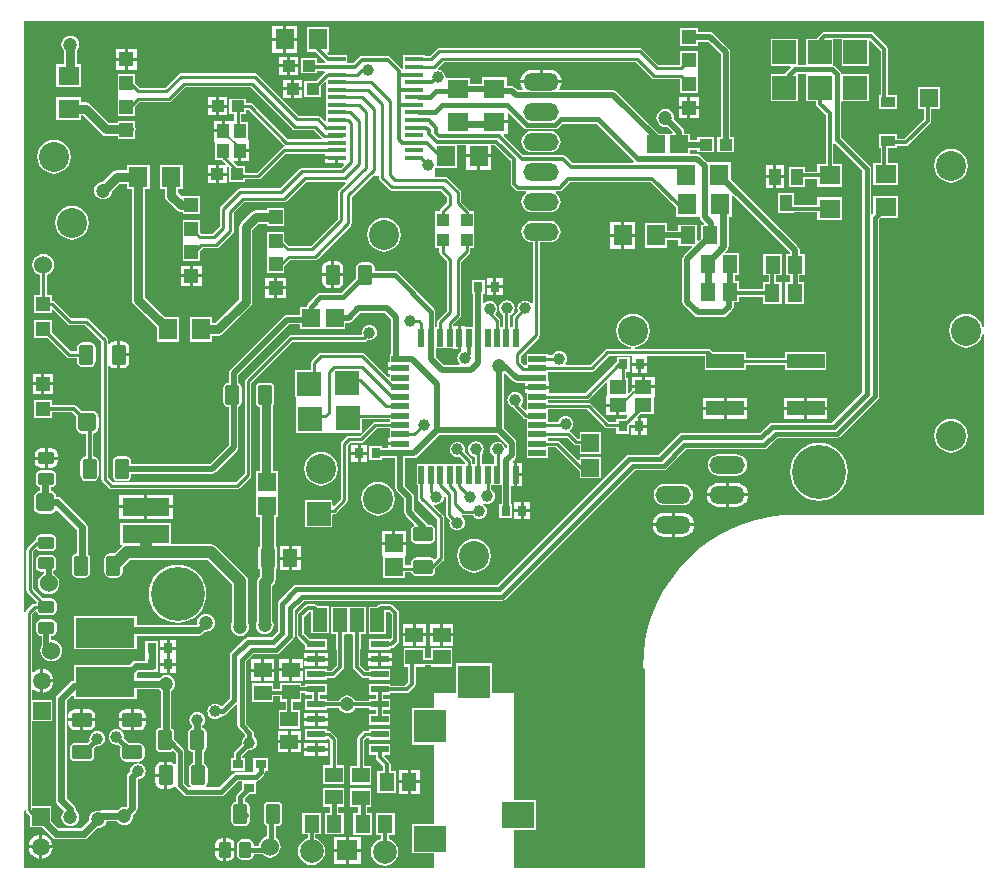
<source format=gbl>
G04 Layer_Physical_Order=2*
G04 Layer_Color=12354094*
%FSLAX44Y44*%
%MOMM*%
G71*
G01*
G75*
G04:AMPARAMS|DCode=20|XSize=1.75mm|YSize=1.25mm|CornerRadius=0.3125mm|HoleSize=0mm|Usage=FLASHONLY|Rotation=270.000|XOffset=0mm|YOffset=0mm|HoleType=Round|Shape=RoundedRectangle|*
%AMROUNDEDRECTD20*
21,1,1.7500,0.6250,0,0,270.0*
21,1,1.1250,1.2500,0,0,270.0*
1,1,0.6250,-0.3125,-0.5625*
1,1,0.6250,-0.3125,0.5625*
1,1,0.6250,0.3125,0.5625*
1,1,0.6250,0.3125,-0.5625*
%
%ADD20ROUNDEDRECTD20*%
G04:AMPARAMS|DCode=21|XSize=1.75mm|YSize=1.25mm|CornerRadius=0.3125mm|HoleSize=0mm|Usage=FLASHONLY|Rotation=0.000|XOffset=0mm|YOffset=0mm|HoleType=Round|Shape=RoundedRectangle|*
%AMROUNDEDRECTD21*
21,1,1.7500,0.6250,0,0,0.0*
21,1,1.1250,1.2500,0,0,0.0*
1,1,0.6250,0.5625,-0.3125*
1,1,0.6250,-0.5625,-0.3125*
1,1,0.6250,-0.5625,0.3125*
1,1,0.6250,0.5625,0.3125*
%
%ADD21ROUNDEDRECTD21*%
%ADD22R,1.8001X1.5999*%
%ADD23R,1.5001X1.3000*%
%ADD24R,1.0000X1.1001*%
G04:AMPARAMS|DCode=25|XSize=1.4mm|YSize=1.1mm|CornerRadius=0.275mm|HoleSize=0mm|Usage=FLASHONLY|Rotation=0.000|XOffset=0mm|YOffset=0mm|HoleType=Round|Shape=RoundedRectangle|*
%AMROUNDEDRECTD25*
21,1,1.4000,0.5500,0,0,0.0*
21,1,0.8500,1.1000,0,0,0.0*
1,1,0.5500,0.4250,-0.2750*
1,1,0.5500,-0.4250,-0.2750*
1,1,0.5500,-0.4250,0.2750*
1,1,0.5500,0.4250,0.2750*
%
%ADD25ROUNDEDRECTD25*%
%ADD26C,0.2540*%
%ADD27C,0.3000*%
%ADD28C,0.4064*%
%ADD29C,0.6000*%
%ADD30C,0.8000*%
%ADD31C,0.5000*%
%ADD32C,0.4000*%
%ADD34R,1.5000X1.5000*%
%ADD35C,1.5000*%
%ADD36O,3.0000X1.5000*%
%ADD37C,1.5240*%
%ADD38C,2.5400*%
%ADD39C,4.5720*%
%ADD40C,1.0000*%
%ADD41C,0.8000*%
%ADD42C,0.5000*%
%ADD43C,1.2000*%
%ADD44R,1.1000X1.2000*%
%ADD45R,1.4000X1.1500*%
%ADD46R,1.2000X1.2000*%
%ADD47R,0.9000X0.8000*%
%ADD48R,1.5240X1.5240*%
%ADD49R,1.5240X1.5240*%
%ADD50R,1.0000X1.4000*%
%ADD51R,1.2000X0.9100*%
%ADD52R,2.0000X2.0000*%
%ADD53R,1.5999X1.8001*%
%ADD54R,1.1999X1.1999*%
%ADD55R,1.5000X0.6000*%
G04:AMPARAMS|DCode=56|XSize=1.4mm|YSize=1.1mm|CornerRadius=0.275mm|HoleSize=0mm|Usage=FLASHONLY|Rotation=270.000|XOffset=0mm|YOffset=0mm|HoleType=Round|Shape=RoundedRectangle|*
%AMROUNDEDRECTD56*
21,1,1.4000,0.5500,0,0,270.0*
21,1,0.8500,1.1000,0,0,270.0*
1,1,0.5500,-0.2750,-0.4250*
1,1,0.5500,-0.2750,0.4250*
1,1,0.5500,0.2750,0.4250*
1,1,0.5500,0.2750,-0.4250*
%
%ADD56ROUNDEDRECTD56*%
%ADD57R,5.0000X2.5400*%
%ADD58R,2.8000X2.8000*%
%ADD59R,2.8000X2.2000*%
%ADD60R,1.5001X0.5001*%
%ADD61R,0.5001X1.5001*%
%ADD62R,1.5000X0.4000*%
%ADD63R,1.3000X1.5001*%
%ADD64R,1.1001X1.0000*%
%ADD65R,0.8000X0.9000*%
%ADD66R,3.1999X1.1999*%
%ADD67R,3.0000X3.0000*%
G04:AMPARAMS|DCode=68|XSize=1.6mm|YSize=1.6mm|CornerRadius=0.4mm|HoleSize=0mm|Usage=FLASHONLY|Rotation=0.000|XOffset=0mm|YOffset=0mm|HoleType=Round|Shape=RoundedRectangle|*
%AMROUNDEDRECTD68*
21,1,1.6000,0.8000,0,0,0.0*
21,1,0.8000,1.6000,0,0,0.0*
1,1,0.8000,0.4000,-0.4000*
1,1,0.8000,-0.4000,-0.4000*
1,1,0.8000,-0.4000,0.4000*
1,1,0.8000,0.4000,0.4000*
%
%ADD68ROUNDEDRECTD68*%
%ADD69R,1.2000X2.0000*%
%ADD70R,4.0000X1.5000*%
%ADD71R,1.5000X1.5000*%
%ADD72R,1.8000X1.8000*%
%ADD73C,2.0000*%
%ADD74C,0.2000*%
%ADD75C,1.0000*%
G36*
X1066800Y541425D02*
X1065530Y541342D01*
X1065418Y542193D01*
X1063985Y545653D01*
X1061705Y548625D01*
X1058733Y550905D01*
X1055273Y552338D01*
X1051560Y552827D01*
X1047847Y552338D01*
X1044387Y550905D01*
X1041415Y548625D01*
X1039135Y545653D01*
X1037702Y542193D01*
X1037213Y538480D01*
X1037702Y534767D01*
X1039135Y531307D01*
X1041415Y528335D01*
X1044387Y526055D01*
X1047847Y524622D01*
X1051560Y524133D01*
X1055273Y524622D01*
X1058733Y526055D01*
X1061705Y528335D01*
X1063985Y531307D01*
X1065418Y534767D01*
X1065530Y535618D01*
X1066800Y535535D01*
Y382650D01*
X906780D01*
X906772Y382646D01*
X895568Y382157D01*
X884441Y380692D01*
X873484Y378263D01*
X862780Y374888D01*
X852412Y370593D01*
X842457Y365411D01*
X832991Y359381D01*
X824088Y352549D01*
X815813Y344967D01*
X808231Y336692D01*
X801399Y327789D01*
X795369Y318323D01*
X790187Y308368D01*
X785892Y298000D01*
X782517Y287296D01*
X780088Y276339D01*
X778623Y265212D01*
X778133Y254000D01*
X778130D01*
X778614Y252834D01*
X779780Y252350D01*
Y83820D01*
X669250D01*
Y115976D01*
X687524D01*
Y141024D01*
X669250D01*
Y231750D01*
X650524D01*
Y257024D01*
X619476D01*
Y231750D01*
X601250D01*
Y219024D01*
X582476D01*
Y187976D01*
X601250D01*
Y121024D01*
X582476D01*
Y95976D01*
X601250D01*
Y83820D01*
X254000Y83820D01*
Y132278D01*
X255270Y132403D01*
X255368Y131910D01*
X255986Y130986D01*
X259226Y127745D01*
Y117976D01*
X269501D01*
X277988Y109488D01*
X279485Y108489D01*
X281250Y108137D01*
X304500D01*
X306265Y108489D01*
X307762Y109488D01*
X315558Y117285D01*
X316500Y117161D01*
X318464Y117420D01*
X320294Y118178D01*
X321866Y119384D01*
X323072Y120955D01*
X323830Y122786D01*
X323877Y123137D01*
X333056D01*
X333634Y122384D01*
X335206Y121178D01*
X337036Y120420D01*
X339000Y120161D01*
X340964Y120420D01*
X342794Y121178D01*
X344366Y122384D01*
X345572Y123956D01*
X346330Y125786D01*
X346589Y127750D01*
X346465Y128692D01*
X348762Y130988D01*
X349762Y132485D01*
X350113Y134250D01*
Y158016D01*
X350500Y159170D01*
X352203Y159394D01*
X353790Y160051D01*
X355153Y161097D01*
X356199Y162460D01*
X356856Y164047D01*
X357080Y165750D01*
X356856Y167453D01*
X356199Y169040D01*
X355153Y170403D01*
X353790Y171449D01*
X352203Y172106D01*
X350500Y172330D01*
X348797Y172106D01*
X347210Y171449D01*
X345847Y170403D01*
X344801Y169040D01*
X344144Y167453D01*
X343920Y165750D01*
X343926Y165700D01*
X342238Y164012D01*
X341239Y162515D01*
X340887Y160750D01*
Y136161D01*
X339942Y135215D01*
X339000Y135339D01*
X337036Y135080D01*
X335206Y134322D01*
X333634Y133116D01*
X333056Y132363D01*
X319500D01*
X318233Y132111D01*
X316500Y132339D01*
X314536Y132080D01*
X312705Y131322D01*
X311134Y130116D01*
X309928Y128544D01*
X309170Y126714D01*
X308911Y124750D01*
X309035Y123808D01*
X302589Y117363D01*
X283161D01*
X277274Y123249D01*
Y136024D01*
X260849D01*
Y207726D01*
X278024D01*
Y225774D01*
X260849D01*
Y234359D01*
X262119Y234775D01*
X263937Y233380D01*
X266379Y232368D01*
X267730Y232191D01*
Y242150D01*
Y252109D01*
X266379Y251932D01*
X263937Y250920D01*
X262119Y249525D01*
X260849Y249941D01*
Y298570D01*
X263293Y301015D01*
X264671Y300597D01*
X264724Y300332D01*
X265669Y298919D01*
X267082Y297974D01*
X268750Y297642D01*
X277250D01*
X278918Y297974D01*
X280331Y298919D01*
X281276Y300332D01*
X281608Y302000D01*
Y307500D01*
X281276Y309168D01*
X280331Y310581D01*
X278918Y311526D01*
X277250Y311858D01*
X269921D01*
X261599Y320180D01*
Y351570D01*
X263671Y353643D01*
X264935Y353518D01*
X265169Y353169D01*
X266582Y352224D01*
X268250Y351892D01*
X276750D01*
X278418Y352224D01*
X279831Y353169D01*
X280776Y354582D01*
X281108Y356250D01*
Y361750D01*
X280776Y363418D01*
X279831Y364831D01*
X278418Y365776D01*
X276750Y366108D01*
X268250D01*
X266582Y365776D01*
X265169Y364831D01*
X264224Y363418D01*
X263892Y361750D01*
Y361620D01*
X262986Y361014D01*
X262986Y361014D01*
X256736Y354764D01*
X256118Y353840D01*
X255901Y352750D01*
X255901Y352750D01*
Y319000D01*
X255901Y319000D01*
X256118Y317910D01*
X256736Y316986D01*
X264696Y309025D01*
X264412Y307599D01*
X263000D01*
X263000Y307599D01*
X261910Y307382D01*
X260986Y306764D01*
X255986Y301764D01*
X255368Y300840D01*
X255270Y300347D01*
X254000Y300472D01*
Y801000D01*
X1066800D01*
Y541425D01*
D02*
G37*
%LPC*%
G36*
X971250Y791333D02*
X971250Y791333D01*
X931750D01*
X931750Y791333D01*
X930570Y791098D01*
X929570Y790430D01*
X929570Y790430D01*
X925570Y786430D01*
X925131Y785774D01*
X916226D01*
Y763343D01*
X909274D01*
Y785774D01*
X886226D01*
Y762726D01*
X902599D01*
X903125Y761456D01*
X897443Y755774D01*
X886226D01*
Y732726D01*
X909274D01*
Y755774D01*
X910385Y756157D01*
X915115D01*
X916226Y755774D01*
Y732726D01*
X924667D01*
Y730750D01*
X924667Y730750D01*
X924902Y729570D01*
X925570Y728570D01*
X932917Y721223D01*
Y679524D01*
X925475D01*
Y673084D01*
X915024D01*
Y677524D01*
X901976D01*
Y660476D01*
X915024D01*
Y666917D01*
X925475D01*
Y660477D01*
X946525D01*
Y679524D01*
X939083D01*
Y697039D01*
X940353Y697565D01*
X963907Y674012D01*
Y486738D01*
X938012Y460843D01*
X887000D01*
X885625Y460569D01*
X884459Y459791D01*
X876762Y452093D01*
X811000D01*
X809625Y451819D01*
X808459Y451041D01*
X790887Y433468D01*
X766625D01*
X765250Y433195D01*
X764084Y432416D01*
X660459Y328791D01*
X655012Y323343D01*
X484500D01*
X483125Y323069D01*
X481959Y322291D01*
X469709Y310041D01*
X468931Y308875D01*
X468657Y307500D01*
Y283820D01*
X463680Y278843D01*
X443419D01*
X442044Y278570D01*
X440878Y277791D01*
X429209Y266122D01*
X428430Y264956D01*
X428157Y263581D01*
Y226988D01*
X421829Y220660D01*
X420561Y220743D01*
X420403Y220950D01*
X419040Y221996D01*
X417453Y222653D01*
X415750Y222877D01*
X414047Y222653D01*
X412460Y221996D01*
X411097Y220950D01*
X410051Y219587D01*
X409394Y218000D01*
X409170Y216297D01*
X409394Y214594D01*
X410051Y213007D01*
X411097Y211644D01*
X412460Y210598D01*
X414047Y209941D01*
X415750Y209717D01*
X417453Y209941D01*
X419040Y210598D01*
X420403Y211644D01*
X421216Y212704D01*
X422547D01*
X423922Y212977D01*
X425088Y213756D01*
X433387Y222056D01*
X434657Y221530D01*
Y204500D01*
X434930Y203125D01*
X435709Y201959D01*
X441157Y196512D01*
Y195216D01*
X440097Y194403D01*
X439051Y193040D01*
X438394Y191453D01*
X438170Y189750D01*
X438344Y188425D01*
X432709Y182791D01*
X431931Y181625D01*
X431657Y180250D01*
Y177024D01*
X429226D01*
Y165976D01*
X441274D01*
Y177024D01*
X438843D01*
Y178762D01*
X443425Y183344D01*
X444750Y183170D01*
X446453Y183394D01*
X448040Y184051D01*
X449403Y185097D01*
X450449Y186460D01*
X451106Y188047D01*
X451330Y189750D01*
X451106Y191453D01*
X450449Y193040D01*
X449403Y194403D01*
X448343Y195216D01*
Y198000D01*
X448069Y199375D01*
X447291Y200541D01*
X441843Y205988D01*
Y258512D01*
X448238Y264907D01*
X467750D01*
X469125Y265180D01*
X470291Y265959D01*
X482041Y277709D01*
X482820Y278875D01*
X483093Y280250D01*
Y302262D01*
X490738Y309907D01*
X658750D01*
X660125Y310180D01*
X661291Y310959D01*
X770988Y420657D01*
X795500D01*
X796875Y420930D01*
X798041Y421709D01*
X814488Y438157D01*
X880750D01*
X882125Y438430D01*
X883291Y439209D01*
X891988Y447907D01*
X942500D01*
X943875Y448181D01*
X945041Y448959D01*
X976791Y480709D01*
X977570Y481875D01*
X977843Y483250D01*
Y632511D01*
X979058Y633726D01*
X994025D01*
Y652773D01*
X972975D01*
Y638241D01*
X972363Y637770D01*
X971093Y638388D01*
Y675500D01*
X970819Y676875D01*
X970041Y678041D01*
X946093Y701988D01*
Y731511D01*
X946226Y732726D01*
X947363Y732726D01*
X969274D01*
Y755774D01*
X947333D01*
X946299Y755774D01*
X945819Y756875D01*
X945819Y756876D01*
X945041Y758041D01*
X940791Y762291D01*
X939625Y763070D01*
X939274Y763139D01*
Y785167D01*
X946226D01*
Y762726D01*
X969274D01*
Y784070D01*
X970544Y784596D01*
X979417Y775723D01*
Y738024D01*
X977976D01*
Y725876D01*
X993024D01*
Y738024D01*
X985583D01*
Y777000D01*
X985583Y777000D01*
X985349Y778180D01*
X984680Y779180D01*
X973430Y790430D01*
X972430Y791098D01*
X971250Y791333D01*
D02*
G37*
G36*
X485289Y796790D02*
X476020D01*
Y786520D01*
X485289D01*
Y796790D01*
D02*
G37*
G36*
X473479D02*
X464210D01*
Y786520D01*
X473479D01*
Y796790D01*
D02*
G37*
G36*
X485289Y783980D02*
X476020D01*
Y773709D01*
X485289D01*
Y783980D01*
D02*
G37*
G36*
X473479D02*
X464210D01*
Y773709D01*
X473479D01*
Y783980D01*
D02*
G37*
G36*
X349290Y776790D02*
X342020D01*
Y769520D01*
X349290D01*
Y776790D01*
D02*
G37*
G36*
X339480D02*
X332210D01*
Y769520D01*
X339480D01*
Y776790D01*
D02*
G37*
G36*
X512274Y795775D02*
X493227D01*
Y774725D01*
X500716D01*
X500820Y774569D01*
X509236Y766153D01*
X509155Y765602D01*
X508785Y764883D01*
X502273D01*
Y769524D01*
X488224D01*
Y756476D01*
X502273D01*
Y758717D01*
X508298D01*
X508683Y757447D01*
X508634Y757414D01*
X508634Y757414D01*
X500994Y749774D01*
X491474D01*
Y736726D01*
X505523D01*
Y746246D01*
X508553Y749275D01*
X509726Y748789D01*
Y739076D01*
Y732676D01*
Y726276D01*
Y716462D01*
X508553Y715976D01*
X505014Y719514D01*
X504090Y720132D01*
X503000Y720349D01*
X503000Y720349D01*
X486680D01*
X451264Y755764D01*
X450340Y756382D01*
X449250Y756599D01*
X449250Y756599D01*
X387000D01*
X385910Y756382D01*
X384986Y755764D01*
X384986Y755764D01*
X373320Y744099D01*
X351930D01*
X348274Y747755D01*
Y755774D01*
X333226D01*
Y740726D01*
Y720726D01*
X348274D01*
Y728995D01*
X351430Y732151D01*
X376750D01*
X376750Y732151D01*
X377840Y732368D01*
X378764Y732986D01*
X390430Y744651D01*
X445820D01*
X481236Y709236D01*
X481236Y709236D01*
X482160Y708618D01*
X483250Y708401D01*
X483250Y708401D01*
X499570D01*
X506053Y701919D01*
X505904Y701188D01*
X505576Y700649D01*
X477380D01*
X447514Y730514D01*
X446590Y731132D01*
X445500Y731349D01*
X445500Y731349D01*
X442023D01*
Y735024D01*
X427975D01*
Y721976D01*
X432150D01*
Y715524D01*
X430790D01*
Y716540D01*
X424020D01*
Y708000D01*
X422750D01*
Y706730D01*
X414710D01*
Y699460D01*
X414920D01*
X415726Y698524D01*
Y683476D01*
X421270D01*
X424686Y680060D01*
X424160Y678790D01*
X418771D01*
Y672520D01*
X425541D01*
Y676921D01*
X426783Y677477D01*
X427475Y676938D01*
Y664726D01*
X441523D01*
Y666651D01*
X452471D01*
X452471Y666651D01*
X453561Y666868D01*
X454486Y667486D01*
X475551Y688551D01*
X508710D01*
Y686270D01*
X518750D01*
Y685000D01*
X520020D01*
Y680460D01*
X524272D01*
X524758Y679287D01*
X522070Y676599D01*
X489500D01*
X489500Y676599D01*
X488410Y676382D01*
X487486Y675764D01*
X487486Y675764D01*
X470820Y659099D01*
X437000D01*
X435910Y658882D01*
X434986Y658264D01*
X434986Y658264D01*
X420486Y643764D01*
X419868Y642840D01*
X419651Y641750D01*
X419651Y641750D01*
Y626680D01*
X413320Y620349D01*
X404430D01*
X403274Y621505D01*
Y632524D01*
X388226D01*
Y617476D01*
Y597476D01*
X403274D01*
Y606245D01*
X405430Y608401D01*
X416750D01*
X416750Y608401D01*
X417840Y608618D01*
X418764Y609236D01*
X430764Y621236D01*
X431382Y622160D01*
X431599Y623250D01*
X431599Y623250D01*
Y638320D01*
X440430Y647151D01*
X474250D01*
X474250Y647151D01*
X475340Y647368D01*
X476264Y647986D01*
X492930Y664651D01*
X525500D01*
X525500Y664651D01*
X525908Y664732D01*
X526533Y663562D01*
X520738Y657767D01*
X520121Y656842D01*
X519904Y655752D01*
X519904Y655752D01*
Y633182D01*
X497070Y610349D01*
X478680D01*
X474524Y614505D01*
Y622274D01*
X459476D01*
Y607226D01*
Y587226D01*
X474524D01*
Y593745D01*
X479180Y598401D01*
X500500D01*
X500500Y598401D01*
X501590Y598618D01*
X502514Y599236D01*
X530639Y627361D01*
X531257Y628285D01*
X531474Y629375D01*
X531474Y629375D01*
Y651945D01*
X549188Y669660D01*
X554651D01*
Y668250D01*
X554651Y668250D01*
X554868Y667160D01*
X555486Y666236D01*
X563736Y657986D01*
X563736Y657986D01*
X564660Y657368D01*
X565750Y657151D01*
X565750Y657151D01*
X607070D01*
X612151Y652070D01*
Y647154D01*
X606486Y641488D01*
X605868Y640564D01*
X605702Y639728D01*
X601976D01*
Y625679D01*
Y608681D01*
X605651D01*
Y605000D01*
X605651Y605000D01*
X605868Y603910D01*
X606486Y602986D01*
X612151Y597320D01*
Y555385D01*
X604485Y547719D01*
X603868Y546795D01*
X603651Y545705D01*
X603651Y545705D01*
Y541776D01*
X602094D01*
Y554749D01*
X601821Y556124D01*
X601042Y557290D01*
X570291Y588041D01*
X569125Y588820D01*
X567750Y589093D01*
X550865D01*
Y591625D01*
X550504Y593439D01*
X549477Y594977D01*
X547939Y596004D01*
X546125Y596365D01*
X539875D01*
X538061Y596004D01*
X536523Y594977D01*
X535496Y593439D01*
X535135Y591625D01*
Y583216D01*
X522512Y570593D01*
X505000D01*
X503625Y570320D01*
X502459Y569541D01*
X494459Y561541D01*
X493680Y560375D01*
X493407Y559000D01*
Y558644D01*
X487856D01*
Y552056D01*
X476703D01*
X475133Y551744D01*
X473802Y550854D01*
X428599Y505651D01*
X427710Y504320D01*
X427397Y502750D01*
Y494615D01*
X427375D01*
X425561Y494254D01*
X424023Y493227D01*
X422996Y491689D01*
X422635Y489875D01*
Y478625D01*
X422996Y476811D01*
X424023Y475273D01*
X425561Y474246D01*
X427375Y473885D01*
X427397D01*
Y441449D01*
X411801Y425853D01*
X344865D01*
Y427375D01*
X344504Y429189D01*
X343477Y430727D01*
X341939Y431754D01*
X340125Y432115D01*
X333875D01*
X332061Y431754D01*
X330523Y430727D01*
X329496Y429189D01*
X329135Y427375D01*
Y416125D01*
X329496Y414311D01*
X330523Y412773D01*
X332061Y411746D01*
X333875Y411385D01*
X340125D01*
X341939Y411746D01*
X343477Y412773D01*
X344504Y414311D01*
X344865Y416125D01*
Y417647D01*
X413500D01*
X415070Y417960D01*
X416401Y418849D01*
X434401Y436849D01*
X435290Y438180D01*
X435603Y439750D01*
Y474355D01*
X436977Y475273D01*
X438004Y476811D01*
X438365Y478625D01*
Y489875D01*
X438004Y491689D01*
X436977Y493227D01*
X435603Y494145D01*
Y501051D01*
X478402Y543850D01*
X487856D01*
Y540356D01*
X526144D01*
Y545397D01*
X529000D01*
X530570Y545709D01*
X531901Y546599D01*
X538699Y553397D01*
X559801D01*
X564896Y548301D01*
Y518775D01*
X563475D01*
Y511790D01*
X562458D01*
Y508019D01*
X572499D01*
Y505479D01*
X562458D01*
Y501708D01*
X563475D01*
Y499511D01*
X562301Y499025D01*
X542514Y518811D01*
X541590Y519429D01*
X540500Y519646D01*
X540500Y519646D01*
X505297D01*
X504207Y519429D01*
X503283Y518811D01*
X503283Y518811D01*
X497736Y513264D01*
X497118Y512340D01*
X496901Y511250D01*
X496901Y511250D01*
Y505274D01*
X483726D01*
Y482226D01*
X484226D01*
Y452226D01*
X539024D01*
X539774Y452976D01*
Y463900D01*
X563475D01*
Y461599D01*
X551501D01*
X550410Y461382D01*
X549486Y460765D01*
X549486Y460765D01*
X538070Y449349D01*
X528750D01*
X528750Y449349D01*
X527660Y449132D01*
X526736Y448514D01*
X526736Y448514D01*
X523236Y445014D01*
X522618Y444090D01*
X522401Y443000D01*
X522401Y443000D01*
Y396430D01*
X516357Y390386D01*
X515184Y390872D01*
Y395142D01*
X492136D01*
Y372094D01*
X515184D01*
Y382746D01*
X516250Y383401D01*
X517340Y383618D01*
X518264Y384236D01*
X527264Y393236D01*
X527264Y393236D01*
X527882Y394160D01*
X528099Y395250D01*
X528099Y395250D01*
Y441820D01*
X529930Y443651D01*
X539250D01*
X539250Y443651D01*
X540340Y443868D01*
X541264Y444486D01*
X552681Y455902D01*
X563475D01*
Y447792D01*
X562458D01*
Y444021D01*
X572499D01*
Y441481D01*
X562458D01*
Y438853D01*
X557274D01*
Y440774D01*
X546226D01*
Y428726D01*
X557274D01*
Y430647D01*
X568396D01*
Y405501D01*
X568709Y403931D01*
X569598Y402600D01*
X575897Y396301D01*
Y384750D01*
X576209Y383180D01*
X577099Y381849D01*
X584091Y374857D01*
X583863Y373288D01*
X583023Y372727D01*
X581996Y371189D01*
X581635Y369375D01*
Y363125D01*
X581996Y361311D01*
X583023Y359773D01*
X584561Y358746D01*
X586375Y358385D01*
X597625D01*
X599439Y358746D01*
X600977Y359773D01*
X602004Y361311D01*
X602365Y363125D01*
Y369375D01*
X602004Y371189D01*
X600977Y372727D01*
X599439Y373754D01*
X597625Y374115D01*
X596259D01*
X595901Y374651D01*
X584103Y386449D01*
Y398000D01*
X583791Y399570D01*
X582901Y400901D01*
X576602Y407200D01*
Y430647D01*
X584000D01*
X585570Y430960D01*
X586901Y431849D01*
X605449Y450397D01*
X654301D01*
X662647Y442051D01*
Y439626D01*
X661377Y439543D01*
X661356Y439703D01*
X660699Y441290D01*
X659653Y442653D01*
X658290Y443699D01*
X656703Y444356D01*
X655000Y444580D01*
X653297Y444356D01*
X651710Y443699D01*
X650347Y442653D01*
X649301Y441290D01*
X648644Y439703D01*
X648420Y438000D01*
X648644Y436297D01*
X649301Y434710D01*
X650347Y433347D01*
X651710Y432301D01*
X652151Y432118D01*
Y425774D01*
X641350D01*
Y433853D01*
X642199Y434960D01*
X642856Y436547D01*
X643080Y438250D01*
X642856Y439953D01*
X642199Y441540D01*
X641153Y442903D01*
X639790Y443949D01*
X638203Y444606D01*
X636500Y444830D01*
X634797Y444606D01*
X633210Y443949D01*
X631847Y442903D01*
X630801Y441540D01*
X630144Y439953D01*
X629920Y438250D01*
X630144Y436547D01*
X630801Y434960D01*
X631847Y433597D01*
X633210Y432551D01*
X634797Y431894D01*
X635652Y431781D01*
Y425774D01*
X633349D01*
Y428500D01*
X633132Y429590D01*
X632514Y430514D01*
X632514Y430514D01*
X627173Y435855D01*
X627356Y436297D01*
X627580Y438000D01*
X627356Y439703D01*
X626699Y441290D01*
X625653Y442653D01*
X624290Y443699D01*
X622703Y444356D01*
X621000Y444580D01*
X619297Y444356D01*
X617710Y443699D01*
X616347Y442653D01*
X615301Y441290D01*
X614644Y439703D01*
X614420Y438000D01*
X614644Y436297D01*
X615301Y434710D01*
X616347Y433347D01*
X617710Y432301D01*
X619297Y431644D01*
X621000Y431420D01*
X622703Y431644D01*
X623144Y431827D01*
X627651Y427320D01*
Y425774D01*
X586475D01*
Y407724D01*
X587651D01*
Y396750D01*
X587651Y396750D01*
X587868Y395660D01*
X588486Y394735D01*
X603901Y379320D01*
Y346930D01*
X602089Y345117D01*
X600977Y345227D01*
X599439Y346254D01*
X597625Y346615D01*
X586375D01*
X584561Y346254D01*
X583023Y345227D01*
X581996Y343689D01*
X581635Y341875D01*
Y339849D01*
X576394D01*
Y347070D01*
X576394Y347644D01*
X577376Y348340D01*
X577410D01*
Y357230D01*
X567250D01*
X557090D01*
Y348340D01*
X557124D01*
X558106Y347644D01*
X558106Y347070D01*
Y329356D01*
X576394D01*
Y334151D01*
X581928D01*
X581996Y333811D01*
X583023Y332273D01*
X584561Y331246D01*
X586375Y330885D01*
X597625D01*
X599439Y331246D01*
X600977Y332273D01*
X602004Y333811D01*
X602365Y335625D01*
Y337336D01*
X608764Y343736D01*
X608764Y343736D01*
X609382Y344660D01*
X609599Y345750D01*
Y380500D01*
X609382Y381590D01*
X608764Y382514D01*
X608764Y382514D01*
X600806Y390472D01*
X601163Y391325D01*
X601451Y391624D01*
X603000Y391420D01*
X604703Y391644D01*
X606290Y392301D01*
X607653Y393347D01*
X608699Y394710D01*
X609356Y396297D01*
X609580Y398000D01*
X610776Y398649D01*
X611151Y398395D01*
Y382750D01*
X611151Y382750D01*
X611368Y381660D01*
X611986Y380736D01*
X614577Y378144D01*
X614394Y377703D01*
X614170Y376000D01*
X614394Y374297D01*
X615051Y372710D01*
X616097Y371347D01*
X617460Y370301D01*
X619047Y369644D01*
X620750Y369420D01*
X622453Y369644D01*
X624040Y370301D01*
X625403Y371347D01*
X626449Y372710D01*
X627106Y374297D01*
X627330Y376000D01*
X627106Y377703D01*
X626449Y379290D01*
X625403Y380653D01*
X624219Y381562D01*
X624183Y381825D01*
X625204Y382697D01*
X625283Y382694D01*
X625500Y382651D01*
X625500Y382651D01*
X633722D01*
X633801Y382460D01*
X634847Y381097D01*
X636210Y380051D01*
X637797Y379394D01*
X639500Y379170D01*
X641203Y379394D01*
X642790Y380051D01*
X644153Y381097D01*
X645199Y382460D01*
X645856Y384047D01*
X646080Y385750D01*
X645856Y387453D01*
X645199Y389040D01*
X644153Y390403D01*
X643053Y391247D01*
X642947Y391329D01*
X643587Y392438D01*
X643669Y392404D01*
X644297Y392144D01*
X646000Y391920D01*
X647703Y392144D01*
X649290Y392801D01*
X650653Y393847D01*
X651699Y395210D01*
X652356Y396797D01*
X652580Y398500D01*
X652356Y400203D01*
X651699Y401790D01*
X650653Y403153D01*
X649348Y404154D01*
Y407724D01*
X658396D01*
Y392274D01*
X656226D01*
Y380226D01*
X667274D01*
Y392274D01*
X666602D01*
Y406708D01*
X669230D01*
Y416749D01*
Y426790D01*
X668138D01*
X667612Y428060D01*
X669651Y430099D01*
X670540Y431430D01*
X670853Y433000D01*
Y443750D01*
X670540Y445320D01*
X669651Y446651D01*
X660103Y456199D01*
Y502049D01*
X661373Y502575D01*
X668098Y495849D01*
X669429Y494960D01*
X671000Y494648D01*
X678460D01*
Y492020D01*
X688501D01*
X698541D01*
Y495790D01*
X697525D01*
Y503900D01*
X734499D01*
X734499Y503900D01*
X735589Y504117D01*
X736513Y504735D01*
X749180Y517401D01*
X767590D01*
X768710Y517040D01*
X768710Y516131D01*
Y511270D01*
X775250D01*
X781790D01*
X781790Y517040D01*
X782910Y517401D01*
X830226D01*
Y505227D01*
X865273D01*
Y509901D01*
X898227D01*
Y505227D01*
X933274D01*
Y520273D01*
X898227D01*
Y515599D01*
X865273D01*
Y520273D01*
X837505D01*
X835514Y522264D01*
X834590Y522882D01*
X833500Y523099D01*
X833499Y523099D01*
X771492D01*
X771408Y524369D01*
X773333Y524622D01*
X776793Y526055D01*
X779765Y528335D01*
X782045Y531307D01*
X783478Y534767D01*
X783967Y538480D01*
X783478Y542193D01*
X782045Y545653D01*
X779765Y548625D01*
X776793Y550905D01*
X773333Y552338D01*
X769620Y552827D01*
X765907Y552338D01*
X762447Y550905D01*
X759475Y548625D01*
X757195Y545653D01*
X755762Y542193D01*
X755273Y538480D01*
X755762Y534767D01*
X757195Y531307D01*
X759475Y528335D01*
X762447Y526055D01*
X765907Y524622D01*
X767831Y524369D01*
X767748Y523099D01*
X748000D01*
X746910Y522882D01*
X745986Y522264D01*
X745986Y522264D01*
X733319Y509598D01*
X712679D01*
X712052Y510868D01*
X712699Y511710D01*
X713356Y513297D01*
X713580Y515000D01*
X713356Y516703D01*
X712699Y518290D01*
X711653Y519653D01*
X710290Y520699D01*
X708703Y521356D01*
X707000Y521580D01*
X705297Y521356D01*
X703710Y520699D01*
X702347Y519653D01*
X701301Y518290D01*
X701015Y517599D01*
X697525D01*
Y518775D01*
X679476D01*
Y509349D01*
X677430D01*
X674599Y512180D01*
Y517570D01*
X689764Y532736D01*
X689764Y532736D01*
X690382Y533660D01*
X690599Y534750D01*
Y613398D01*
X699250D01*
X701606Y613708D01*
X703801Y614618D01*
X705686Y616064D01*
X707132Y617949D01*
X708042Y620144D01*
X708352Y622500D01*
X708042Y624856D01*
X707132Y627051D01*
X705686Y628936D01*
X703801Y630382D01*
X701606Y631292D01*
X699250Y631602D01*
X684250D01*
X681894Y631292D01*
X679699Y630382D01*
X677814Y628936D01*
X676368Y627051D01*
X675458Y624856D01*
X675148Y622500D01*
X675458Y620144D01*
X676368Y617949D01*
X677814Y616064D01*
X679699Y614618D01*
X681894Y613708D01*
X684250Y613398D01*
X684901D01*
Y561635D01*
X683631Y561204D01*
X682903Y562153D01*
X681540Y563199D01*
X679953Y563856D01*
X678250Y564080D01*
X676547Y563856D01*
X674960Y563199D01*
X673597Y562153D01*
X672551Y560790D01*
X671894Y559203D01*
X671670Y557500D01*
X671894Y555797D01*
X672077Y555355D01*
X668486Y551764D01*
X667868Y550840D01*
X667651Y549750D01*
X667651Y549750D01*
Y541776D01*
X665348D01*
Y551764D01*
X666039Y552050D01*
X667402Y553096D01*
X668448Y554459D01*
X669105Y556046D01*
X669329Y557749D01*
X669105Y559452D01*
X668448Y561039D01*
X667402Y562402D01*
X666039Y563448D01*
X664452Y564105D01*
X662749Y564329D01*
X661046Y564105D01*
X659459Y563448D01*
X658096Y562402D01*
X657050Y561039D01*
X656393Y559452D01*
X656169Y557749D01*
X656393Y556046D01*
X657050Y554459D01*
X658096Y553096D01*
X659459Y552050D01*
X659650Y551971D01*
Y541776D01*
X657349D01*
Y546999D01*
X657349Y547000D01*
X657132Y548090D01*
X656515Y549014D01*
X656515Y549014D01*
X652915Y552613D01*
X653949Y553960D01*
X654606Y555547D01*
X654830Y557250D01*
X654606Y558953D01*
X653949Y560540D01*
X652903Y561903D01*
X651540Y562949D01*
X649953Y563606D01*
X648250Y563830D01*
X646547Y563606D01*
X644960Y562949D01*
X643874Y562115D01*
X642604Y562529D01*
Y569726D01*
X644274D01*
Y581774D01*
X633226D01*
Y569726D01*
X634398D01*
Y541776D01*
X627540D01*
Y542791D01*
X623769D01*
Y532751D01*
Y522710D01*
X623937D01*
X624210Y521449D01*
X622847Y520403D01*
X621801Y519040D01*
X621144Y517453D01*
X620920Y515750D01*
X621144Y514047D01*
X621801Y512460D01*
X622847Y511097D01*
X623139Y510873D01*
X622708Y509603D01*
X609199D01*
X602604Y516198D01*
Y523726D01*
X617458D01*
Y522710D01*
X621229D01*
Y532751D01*
Y542791D01*
X617458D01*
X617349Y544016D01*
Y544071D01*
X623264Y549986D01*
X623264Y549986D01*
X623882Y550910D01*
X624099Y552000D01*
Y597070D01*
X630764Y603736D01*
X630764Y603736D01*
X631382Y604660D01*
X631599Y605750D01*
Y608681D01*
X635274D01*
Y622730D01*
Y625679D01*
Y639728D01*
X631454D01*
X631382Y640090D01*
X630764Y641014D01*
X630764Y641014D01*
X624099Y647680D01*
Y655750D01*
X624099Y655750D01*
X623882Y656840D01*
X623264Y657764D01*
X623264Y657764D01*
X612764Y668264D01*
X611840Y668882D01*
X610750Y669099D01*
X610750Y669099D01*
X601939D01*
X601912Y669162D01*
Y675975D01*
X620523D01*
Y695667D01*
X628461D01*
Y687770D01*
X649540D01*
Y695667D01*
X652723D01*
X665917Y682473D01*
Y663000D01*
X665917Y663000D01*
X666152Y661820D01*
X666820Y660820D01*
X670070Y657570D01*
X670070Y657570D01*
X671070Y656901D01*
X672250Y656667D01*
X672250Y656667D01*
X678765D01*
X679196Y655397D01*
X677814Y654336D01*
X676368Y652451D01*
X675458Y650256D01*
X675148Y647900D01*
X675458Y645544D01*
X676368Y643349D01*
X677814Y641464D01*
X679699Y640018D01*
X681894Y639108D01*
X684250Y638798D01*
X699250D01*
X701606Y639108D01*
X703801Y640018D01*
X705686Y641464D01*
X707132Y643349D01*
X708042Y645544D01*
X708352Y647900D01*
X708042Y650256D01*
X707132Y652451D01*
X705686Y654336D01*
X704304Y655397D01*
X704735Y656667D01*
X707500D01*
X707500Y656667D01*
X708680Y656901D01*
X709680Y657570D01*
X716277Y664167D01*
X784723D01*
X805570Y643320D01*
X805570Y643320D01*
X805976Y643049D01*
Y635225D01*
X825023D01*
X825023Y635225D01*
X826164Y634914D01*
X826460Y633430D01*
X827349Y632099D01*
X830000Y629448D01*
X829514Y628275D01*
X826976D01*
Y616336D01*
X825198Y614558D01*
X824024Y615044D01*
Y628275D01*
X807977D01*
Y623353D01*
X798524D01*
Y629775D01*
X779477D01*
Y608726D01*
X798524D01*
Y615147D01*
X807977D01*
Y610225D01*
X819205D01*
X819691Y609052D01*
X812695Y602055D01*
X811805Y600724D01*
X811493Y599154D01*
Y562904D01*
X811805Y561334D01*
X812695Y560003D01*
X821349Y551349D01*
X822680Y550460D01*
X824250Y550147D01*
X846000D01*
X847570Y550460D01*
X848901Y551349D01*
X853651Y556099D01*
X854540Y557430D01*
X854853Y559000D01*
Y562475D01*
X859773D01*
Y567417D01*
X879476D01*
Y561475D01*
X895524D01*
Y579525D01*
X890584D01*
Y585475D01*
X896024D01*
Y603525D01*
X879977D01*
Y585475D01*
X884417D01*
Y579525D01*
X879476D01*
Y573583D01*
X859773D01*
Y580525D01*
X855852D01*
Y585975D01*
X859773D01*
Y604025D01*
X848355D01*
X847869Y605198D01*
X849285Y606614D01*
X850285Y608110D01*
X850636Y609875D01*
Y635225D01*
X853024D01*
Y652765D01*
X854197Y653251D01*
X902397Y605051D01*
Y603525D01*
X898976D01*
Y585475D01*
X902907D01*
Y579525D01*
X898476D01*
Y561475D01*
X914523D01*
Y579525D01*
X910093D01*
Y585475D01*
X915023D01*
Y603525D01*
X910602D01*
Y606751D01*
X910290Y608321D01*
X909401Y609652D01*
X852274Y666778D01*
Y681024D01*
X833227D01*
X832197Y681605D01*
X826901Y686901D01*
X825570Y687791D01*
X824000Y688103D01*
X817894D01*
Y691897D01*
X823977D01*
Y689476D01*
X838026D01*
Y702524D01*
X823977D01*
Y700103D01*
X817894D01*
Y705394D01*
X812853D01*
Y707000D01*
X812541Y708570D01*
X811651Y709901D01*
X804381Y717171D01*
X804589Y718750D01*
X804330Y720714D01*
X803572Y722544D01*
X802366Y724116D01*
X800795Y725322D01*
X798964Y726080D01*
X797000Y726339D01*
X795036Y726080D01*
X793206Y725322D01*
X791634Y724116D01*
X790428Y722544D01*
X789670Y720714D01*
X789411Y718750D01*
X789670Y716786D01*
X790428Y714956D01*
X791634Y713384D01*
X793206Y712178D01*
X795036Y711420D01*
X797000Y711161D01*
X798579Y711369D01*
X803380Y706567D01*
X802894Y705394D01*
X791408D01*
X755925Y740877D01*
X754594Y741767D01*
X753024Y742079D01*
X707812D01*
X707185Y743349D01*
X708020Y744437D01*
X709032Y746879D01*
X709209Y748230D01*
X691750D01*
X674291D01*
X674469Y746879D01*
X675480Y744437D01*
X676315Y743349D01*
X675688Y742079D01*
X671973D01*
X669901Y744152D01*
X668570Y745041D01*
X667000Y745353D01*
X662524D01*
Y753024D01*
X641476D01*
Y747603D01*
X632024D01*
Y752524D01*
X612049D01*
X610884Y752979D01*
X610739Y753696D01*
X610606Y754703D01*
X609949Y756290D01*
X608903Y757653D01*
X607540Y758699D01*
X605953Y759356D01*
X604608Y759533D01*
X604155Y760440D01*
X604111Y760832D01*
X609180Y765901D01*
X772070D01*
X785736Y752236D01*
X785736Y752236D01*
X786660Y751618D01*
X787750Y751401D01*
X809070D01*
X809476Y750995D01*
Y739976D01*
X824524D01*
Y759976D01*
Y775024D01*
X809476D01*
Y764005D01*
X809070Y763599D01*
X790930D01*
X777514Y777014D01*
X776590Y777632D01*
X775500Y777849D01*
X775500Y777849D01*
X605750D01*
X605750Y777849D01*
X604660Y777632D01*
X603736Y777014D01*
X603736Y777014D01*
X597770Y771049D01*
X593274D01*
Y771724D01*
X575226D01*
Y760355D01*
X574937Y760246D01*
X573956Y760143D01*
X573430Y760930D01*
X564180Y770180D01*
X563180Y770848D01*
X562000Y771083D01*
X562000Y771083D01*
X540000D01*
X540000Y771083D01*
X538820Y770848D01*
X537820Y770180D01*
X537820Y770180D01*
X532723Y765083D01*
X527774D01*
Y771724D01*
X512386D01*
X510558Y773552D01*
X511044Y774725D01*
X512274D01*
Y795775D01*
D02*
G37*
G36*
X486292Y770540D02*
X479521D01*
Y764270D01*
X486292D01*
Y770540D01*
D02*
G37*
G36*
X476981D02*
X470211D01*
Y764270D01*
X476981D01*
Y770540D01*
D02*
G37*
G36*
X349290Y766980D02*
X342020D01*
Y759710D01*
X349290D01*
Y766980D01*
D02*
G37*
G36*
X339480D02*
X332210D01*
Y759710D01*
X339480D01*
Y766980D01*
D02*
G37*
G36*
X486292Y761730D02*
X479521D01*
Y755460D01*
X486292D01*
Y761730D01*
D02*
G37*
G36*
X476981D02*
X470211D01*
Y755460D01*
X476981D01*
Y761730D01*
D02*
G37*
G36*
X699250Y759627D02*
X693020D01*
Y750770D01*
X709209D01*
X709032Y752121D01*
X708020Y754563D01*
X706411Y756661D01*
X704313Y758270D01*
X701871Y759282D01*
X699250Y759627D01*
D02*
G37*
G36*
X690480D02*
X684250D01*
X681629Y759282D01*
X679187Y758270D01*
X677089Y756661D01*
X675480Y754563D01*
X674469Y752121D01*
X674291Y750770D01*
X690480D01*
Y759627D01*
D02*
G37*
G36*
X293250Y788339D02*
X291286Y788080D01*
X289456Y787322D01*
X287884Y786116D01*
X286678Y784545D01*
X285920Y782714D01*
X285661Y780750D01*
X285920Y778786D01*
X286678Y776955D01*
X287618Y775731D01*
Y764024D01*
X281476D01*
Y744977D01*
X302525D01*
Y764024D01*
X298882D01*
Y775731D01*
X299822Y776955D01*
X300580Y778786D01*
X300839Y780750D01*
X300580Y782714D01*
X299822Y784545D01*
X298616Y786116D01*
X297045Y787322D01*
X295214Y788080D01*
X293250Y788339D01*
D02*
G37*
G36*
X489542Y750790D02*
X482771D01*
Y744520D01*
X489542D01*
Y750790D01*
D02*
G37*
G36*
X480231D02*
X473461D01*
Y744520D01*
X480231D01*
Y750790D01*
D02*
G37*
G36*
X489542Y741980D02*
X482771D01*
Y735710D01*
X489542D01*
Y741980D01*
D02*
G37*
G36*
X480231D02*
X473461D01*
Y735710D01*
X480231D01*
Y741980D01*
D02*
G37*
G36*
X426041Y736040D02*
X419271D01*
Y729770D01*
X426041D01*
Y736040D01*
D02*
G37*
G36*
X416731D02*
X409961D01*
Y729770D01*
X416731D01*
Y736040D01*
D02*
G37*
G36*
X825540D02*
X818270D01*
Y728770D01*
X825540D01*
Y736040D01*
D02*
G37*
G36*
X815730D02*
X808460D01*
Y728770D01*
X815730D01*
Y736040D01*
D02*
G37*
G36*
X426041Y727230D02*
X419271D01*
Y720960D01*
X426041D01*
Y727230D01*
D02*
G37*
G36*
X416731D02*
X409961D01*
Y720960D01*
X416731D01*
Y727230D01*
D02*
G37*
G36*
X825540Y726230D02*
X818270D01*
Y718960D01*
X825540D01*
Y726230D01*
D02*
G37*
G36*
X815730D02*
X808460D01*
Y718960D01*
X815730D01*
Y726230D01*
D02*
G37*
G36*
X421480Y716540D02*
X414710D01*
Y709270D01*
X421480D01*
Y716540D01*
D02*
G37*
G36*
X1029144Y744644D02*
X1010856D01*
Y726356D01*
X1015917D01*
Y717777D01*
X999224Y701084D01*
X993024D01*
Y705324D01*
X977976D01*
Y693176D01*
X979417D01*
Y680774D01*
X972975D01*
Y661727D01*
X994025D01*
Y680774D01*
X985583D01*
Y693176D01*
X993024D01*
Y694918D01*
X1000501D01*
X1000501Y694918D01*
X1001681Y695153D01*
X1002681Y695821D01*
X1021180Y714320D01*
X1021180Y714320D01*
X1021849Y715320D01*
X1022083Y716500D01*
X1022083Y716500D01*
Y726356D01*
X1029144D01*
Y744644D01*
D02*
G37*
G36*
X302525Y736023D02*
X281476D01*
Y716976D01*
X302525D01*
Y720867D01*
X303918D01*
X319767Y705017D01*
X319767Y705017D01*
X321595Y703796D01*
X323750Y703368D01*
X333226D01*
Y700726D01*
X348274D01*
Y707199D01*
X348632Y709000D01*
X348274Y710801D01*
Y715774D01*
X333226D01*
Y714632D01*
X326083D01*
X310233Y730482D01*
X308406Y731703D01*
X306250Y732132D01*
X306250Y732132D01*
X302525D01*
Y736023D01*
D02*
G37*
G36*
X824524Y795024D02*
X809476D01*
Y779976D01*
X824524D01*
Y783397D01*
X833051D01*
X843896Y772552D01*
Y702524D01*
X840975D01*
Y689476D01*
X855023D01*
Y702524D01*
X852102D01*
Y774251D01*
X851789Y775821D01*
X850900Y777152D01*
X837651Y790401D01*
X836320Y791291D01*
X834750Y791603D01*
X824524D01*
Y795024D01*
D02*
G37*
G36*
X517480Y683730D02*
X508710D01*
Y680460D01*
X517480D01*
Y683730D01*
D02*
G37*
G36*
X649540Y685230D02*
X640270D01*
Y674959D01*
X649540D01*
Y685230D01*
D02*
G37*
G36*
X637730D02*
X628461D01*
Y674959D01*
X637730D01*
Y685230D01*
D02*
G37*
G36*
X360273Y679275D02*
X341226D01*
Y674382D01*
X332500D01*
X332500Y674382D01*
X330345Y673953D01*
X328517Y672733D01*
X328517Y672732D01*
X320567Y664782D01*
X319036Y664580D01*
X317206Y663822D01*
X315634Y662616D01*
X314428Y661044D01*
X313670Y659214D01*
X313411Y657250D01*
X313670Y655286D01*
X314428Y653456D01*
X315634Y651884D01*
X317206Y650678D01*
X319036Y649920D01*
X321000Y649661D01*
X322964Y649920D01*
X324794Y650678D01*
X326366Y651884D01*
X327572Y653456D01*
X328330Y655286D01*
X328532Y656817D01*
X334833Y663118D01*
X341226D01*
Y658225D01*
X345117D01*
Y564750D01*
X345117Y564750D01*
X345546Y562595D01*
X346767Y560767D01*
X366226Y541309D01*
Y529226D01*
X385273D01*
Y550275D01*
X373190D01*
X356382Y567083D01*
Y658225D01*
X360273D01*
Y679275D01*
D02*
G37*
G36*
X416231Y678790D02*
X409461D01*
Y672520D01*
X416231D01*
Y678790D01*
D02*
G37*
G36*
X279400Y700147D02*
X275687Y699658D01*
X272227Y698225D01*
X269255Y695945D01*
X266975Y692973D01*
X265542Y689513D01*
X265053Y685800D01*
X265542Y682087D01*
X266975Y678627D01*
X269255Y675655D01*
X272227Y673375D01*
X275687Y671942D01*
X279400Y671453D01*
X283113Y671942D01*
X286573Y673375D01*
X289545Y675655D01*
X291825Y678627D01*
X293258Y682087D01*
X293747Y685800D01*
X293258Y689513D01*
X291825Y692973D01*
X289545Y695945D01*
X286573Y698225D01*
X283113Y699658D01*
X279400Y700147D01*
D02*
G37*
G36*
X897040Y678540D02*
X890770D01*
Y670270D01*
X897040D01*
Y678540D01*
D02*
G37*
G36*
X888230D02*
X881960D01*
Y670270D01*
X888230D01*
Y678540D01*
D02*
G37*
G36*
X1038860Y692527D02*
X1035147Y692038D01*
X1031687Y690605D01*
X1028715Y688325D01*
X1026435Y685353D01*
X1025002Y681893D01*
X1024513Y678180D01*
X1025002Y674467D01*
X1026435Y671007D01*
X1028715Y668035D01*
X1031687Y665755D01*
X1035147Y664322D01*
X1038860Y663833D01*
X1042573Y664322D01*
X1046033Y665755D01*
X1049005Y668035D01*
X1051285Y671007D01*
X1052718Y674467D01*
X1053207Y678180D01*
X1052718Y681893D01*
X1051285Y685353D01*
X1049005Y688325D01*
X1046033Y690605D01*
X1042573Y692038D01*
X1038860Y692527D01*
D02*
G37*
G36*
X425541Y669980D02*
X418771D01*
Y663710D01*
X425541D01*
Y669980D01*
D02*
G37*
G36*
X416231D02*
X409461D01*
Y663710D01*
X416231D01*
Y669980D01*
D02*
G37*
G36*
X897040Y667730D02*
X890770D01*
Y659460D01*
X897040D01*
Y667730D01*
D02*
G37*
G36*
X888230D02*
X881960D01*
Y659460D01*
X888230D01*
Y667730D01*
D02*
G37*
G36*
X474524Y642274D02*
X459476D01*
Y640382D01*
X450500D01*
X450500Y640382D01*
X448345Y639953D01*
X446517Y638733D01*
X446517Y638732D01*
X437767Y629983D01*
X436547Y628155D01*
X436118Y626000D01*
X436118Y626000D01*
Y565583D01*
X415917Y545382D01*
X413274D01*
Y550275D01*
X394227D01*
Y529226D01*
X413274D01*
Y534118D01*
X418250D01*
X418250Y534118D01*
X420405Y534547D01*
X422233Y535767D01*
X445732Y559267D01*
X445733Y559267D01*
X446954Y561095D01*
X447382Y563250D01*
X447382Y563250D01*
Y623667D01*
X452833Y629118D01*
X459476D01*
Y627226D01*
X474524D01*
Y642274D01*
D02*
G37*
G36*
X388274Y679275D02*
X369227D01*
Y658225D01*
X373118D01*
Y653000D01*
X373118Y652999D01*
X373547Y650844D01*
X374768Y649017D01*
X382767Y641018D01*
X382767Y641017D01*
X384595Y639796D01*
X386750Y639368D01*
X388226D01*
Y637476D01*
X403274D01*
Y652524D01*
X388226D01*
Y652524D01*
X387494Y652221D01*
X384383Y655332D01*
Y658225D01*
X388274D01*
Y679275D01*
D02*
G37*
G36*
X905524Y655524D02*
X892476D01*
Y638476D01*
X905524D01*
Y638916D01*
X925475D01*
Y632476D01*
X946525D01*
Y651523D01*
X925475D01*
Y645083D01*
X905524D01*
Y655524D01*
D02*
G37*
G36*
X771539Y630790D02*
X762270D01*
Y620520D01*
X771539D01*
Y630790D01*
D02*
G37*
G36*
X759730D02*
X750460D01*
Y620520D01*
X759730D01*
Y630790D01*
D02*
G37*
G36*
X294640Y644267D02*
X290927Y643778D01*
X287467Y642345D01*
X284495Y640065D01*
X282215Y637093D01*
X280782Y633633D01*
X280293Y629920D01*
X280782Y626207D01*
X282215Y622747D01*
X284495Y619775D01*
X287467Y617495D01*
X290927Y616062D01*
X294640Y615573D01*
X298353Y616062D01*
X301813Y617495D01*
X304785Y619775D01*
X307065Y622747D01*
X308498Y626207D01*
X308987Y629920D01*
X308498Y633633D01*
X307065Y637093D01*
X304785Y640065D01*
X301813Y642345D01*
X298353Y643778D01*
X294640Y644267D01*
D02*
G37*
G36*
X771539Y617980D02*
X762270D01*
Y607710D01*
X771539D01*
Y617980D01*
D02*
G37*
G36*
X759730D02*
X750460D01*
Y607710D01*
X759730D01*
Y617980D01*
D02*
G37*
G36*
X558800Y634107D02*
X555087Y633618D01*
X551627Y632185D01*
X548655Y629905D01*
X546375Y626933D01*
X544942Y623473D01*
X544453Y619760D01*
X544942Y616047D01*
X546375Y612587D01*
X548655Y609615D01*
X551627Y607335D01*
X555087Y605902D01*
X558800Y605413D01*
X562513Y605902D01*
X565973Y607335D01*
X568945Y609615D01*
X571225Y612587D01*
X572658Y616047D01*
X573147Y619760D01*
X572658Y623473D01*
X571225Y626933D01*
X568945Y629905D01*
X565973Y632185D01*
X562513Y633618D01*
X558800Y634107D01*
D02*
G37*
G36*
X518625Y597401D02*
X516770D01*
Y587270D01*
X524401D01*
Y591625D01*
X523961Y593835D01*
X522709Y595709D01*
X520835Y596961D01*
X518625Y597401D01*
D02*
G37*
G36*
X514230D02*
X512375D01*
X510165Y596961D01*
X508291Y595709D01*
X507039Y593835D01*
X506599Y591625D01*
Y587270D01*
X514230D01*
Y597401D01*
D02*
G37*
G36*
X404290Y593540D02*
X397020D01*
Y586270D01*
X404290D01*
Y593540D01*
D02*
G37*
G36*
X394480D02*
X387210D01*
Y586270D01*
X394480D01*
Y593540D01*
D02*
G37*
G36*
X659290Y582790D02*
X654020D01*
Y577020D01*
X659290D01*
Y582790D01*
D02*
G37*
G36*
X651480D02*
X646210D01*
Y577020D01*
X651480D01*
Y582790D01*
D02*
G37*
G36*
X404290Y583730D02*
X397020D01*
Y576460D01*
X404290D01*
Y583730D01*
D02*
G37*
G36*
X394480D02*
X387210D01*
Y576460D01*
X394480D01*
Y583730D01*
D02*
G37*
G36*
X475540Y583290D02*
X468270D01*
Y576020D01*
X475540D01*
Y583290D01*
D02*
G37*
G36*
X465730D02*
X458460D01*
Y576020D01*
X465730D01*
Y583290D01*
D02*
G37*
G36*
X524401Y584730D02*
X516770D01*
Y574599D01*
X518625D01*
X520835Y575039D01*
X522709Y576291D01*
X523961Y578165D01*
X524401Y580375D01*
Y584730D01*
D02*
G37*
G36*
X514230D02*
X506599D01*
Y580375D01*
X507039Y578165D01*
X508291Y576291D01*
X510165Y575039D01*
X512375Y574599D01*
X514230D01*
Y584730D01*
D02*
G37*
G36*
X659290Y574480D02*
X654020D01*
Y568710D01*
X659290D01*
Y574480D01*
D02*
G37*
G36*
X651480D02*
X646210D01*
Y568710D01*
X651480D01*
Y574480D01*
D02*
G37*
G36*
X475540Y573480D02*
X468270D01*
Y566210D01*
X475540D01*
Y573480D01*
D02*
G37*
G36*
X465730D02*
X458460D01*
Y566210D01*
X465730D01*
Y573480D01*
D02*
G37*
G36*
X270250Y603473D02*
X267863Y603159D01*
X265639Y602237D01*
X263728Y600772D01*
X262263Y598861D01*
X261341Y596637D01*
X261027Y594250D01*
X261341Y591863D01*
X262263Y589638D01*
X263728Y587728D01*
X265639Y586263D01*
X267401Y585533D01*
Y568774D01*
X262726D01*
Y553727D01*
X277773D01*
Y555788D01*
X278947Y556274D01*
X290986Y544236D01*
X291910Y543618D01*
X293000Y543401D01*
X293000Y543401D01*
X305570D01*
X319401Y529570D01*
Y412750D01*
X319401Y412750D01*
X319618Y411660D01*
X320236Y410736D01*
X325736Y405236D01*
X325736Y405236D01*
X326660Y404618D01*
X327750Y404401D01*
X327750Y404401D01*
X434500D01*
X434500Y404401D01*
X435590Y404618D01*
X436514Y405236D01*
X445764Y414486D01*
X445764Y414486D01*
X446382Y415410D01*
X446599Y416500D01*
Y494570D01*
X481180Y529151D01*
X541500D01*
X541500Y529151D01*
X542590Y529368D01*
X543514Y529986D01*
X544356Y530827D01*
X544797Y530644D01*
X546500Y530420D01*
X548203Y530644D01*
X549790Y531301D01*
X551153Y532347D01*
X552199Y533710D01*
X552856Y535297D01*
X553080Y537000D01*
X552856Y538703D01*
X552199Y540290D01*
X551153Y541653D01*
X549790Y542699D01*
X548203Y543356D01*
X546500Y543580D01*
X544797Y543356D01*
X543210Y542699D01*
X541847Y541653D01*
X540801Y540290D01*
X540144Y538703D01*
X539920Y537000D01*
X540036Y536119D01*
X539080Y534891D01*
X538971Y534849D01*
X480000D01*
X480000Y534849D01*
X478910Y534632D01*
X477986Y534014D01*
X477986Y534014D01*
X441736Y497764D01*
X441118Y496840D01*
X440901Y495750D01*
X440901Y495750D01*
Y417680D01*
X433320Y410099D01*
X328930D01*
X325099Y413930D01*
Y509161D01*
X326369Y509547D01*
X327041Y508541D01*
X328915Y507289D01*
X331125Y506849D01*
X332980D01*
Y518250D01*
Y529651D01*
X331125D01*
X328915Y529211D01*
X327041Y527959D01*
X326369Y526954D01*
X325099Y527339D01*
Y530750D01*
X324882Y531840D01*
X324264Y532764D01*
X324264Y532764D01*
X308764Y548264D01*
X307840Y548882D01*
X306750Y549099D01*
X306750Y549099D01*
X294180D01*
X280014Y563265D01*
X279090Y563882D01*
X278000Y564099D01*
X277773Y565340D01*
Y568774D01*
X273099D01*
Y585533D01*
X274862Y586263D01*
X276772Y587728D01*
X278237Y589638D01*
X279159Y591863D01*
X279473Y594250D01*
X279159Y596637D01*
X278237Y598861D01*
X276772Y600772D01*
X274862Y602237D01*
X272637Y603159D01*
X270250Y603473D01*
D02*
G37*
G36*
X337375Y529651D02*
X335520D01*
Y519520D01*
X343151D01*
Y523875D01*
X342711Y526085D01*
X341459Y527959D01*
X339585Y529211D01*
X337375Y529651D01*
D02*
G37*
G36*
X277773Y547773D02*
X262726D01*
Y532726D01*
X273745D01*
X290235Y516236D01*
X291159Y515618D01*
X292250Y515401D01*
X292250Y515401D01*
X298885D01*
Y512625D01*
X299246Y510811D01*
X300273Y509273D01*
X301811Y508246D01*
X303625Y507885D01*
X309875D01*
X311689Y508246D01*
X313227Y509273D01*
X314254Y510811D01*
X314615Y512625D01*
Y523875D01*
X314254Y525689D01*
X313227Y527227D01*
X311689Y528254D01*
X309875Y528615D01*
X303625D01*
X301811Y528254D01*
X300273Y527227D01*
X299246Y525689D01*
X298885Y523875D01*
Y521099D01*
X293430D01*
X277773Y536755D01*
Y547773D01*
D02*
G37*
G36*
X343151Y516980D02*
X335520D01*
Y506849D01*
X337375D01*
X339585Y507289D01*
X341459Y508541D01*
X342711Y510415D01*
X343151Y512625D01*
Y516980D01*
D02*
G37*
G36*
X781790Y508730D02*
X776520D01*
Y502960D01*
X781790D01*
Y508730D01*
D02*
G37*
G36*
X773980D02*
X768710D01*
Y502960D01*
X773980D01*
Y508730D01*
D02*
G37*
G36*
X278540Y502040D02*
X271270D01*
Y494770D01*
X278540D01*
Y502040D01*
D02*
G37*
G36*
X268730D02*
X261460D01*
Y494770D01*
X268730D01*
Y502040D01*
D02*
G37*
G36*
X788040Y499540D02*
X779770D01*
Y492520D01*
X788040D01*
Y499540D01*
D02*
G37*
G36*
X777230D02*
X768960D01*
Y492520D01*
X777230D01*
Y499540D01*
D02*
G37*
G36*
X766774Y516024D02*
X755726D01*
Y512005D01*
X729321Y485600D01*
X699766D01*
X698541Y485709D01*
Y489479D01*
X688501D01*
X678460D01*
Y485709D01*
X679476D01*
Y478726D01*
Y471848D01*
X678206Y471322D01*
X674389Y475139D01*
X674403Y475347D01*
X675449Y476710D01*
X676106Y478297D01*
X676330Y480000D01*
X676106Y481703D01*
X675449Y483290D01*
X674403Y484653D01*
X673040Y485699D01*
X671453Y486356D01*
X669750Y486580D01*
X668047Y486356D01*
X666460Y485699D01*
X665097Y484653D01*
X664051Y483290D01*
X663394Y481703D01*
X663170Y480000D01*
X663394Y478297D01*
X664051Y476710D01*
X665097Y475347D01*
X666460Y474301D01*
X667701Y473787D01*
X667736Y473736D01*
X676737Y464735D01*
X676737Y464735D01*
X677661Y464117D01*
X678751Y463900D01*
X679476D01*
Y454726D01*
Y446725D01*
Y438727D01*
Y430726D01*
X697525D01*
Y439902D01*
X704319D01*
X723736Y420486D01*
X723736Y420486D01*
X724476Y419991D01*
Y413476D01*
X742524D01*
Y431524D01*
X724476D01*
Y429462D01*
X723303Y428976D01*
X707513Y444766D01*
X706589Y445383D01*
X705499Y445600D01*
X705499Y445600D01*
X697525D01*
Y447901D01*
X713820D01*
X719485Y442236D01*
X719485Y442236D01*
X720409Y441618D01*
X721499Y441401D01*
X721500Y441401D01*
X724476D01*
Y434476D01*
X742524D01*
Y452524D01*
X724476D01*
Y447099D01*
X722680D01*
X717014Y452764D01*
X716578Y453055D01*
X716408Y454428D01*
X716446Y454555D01*
X717153Y455097D01*
X718199Y456460D01*
X718856Y458047D01*
X719080Y459750D01*
X718856Y461453D01*
X718199Y463040D01*
X717153Y464403D01*
X715790Y465449D01*
X714203Y466106D01*
X712500Y466330D01*
X710797Y466106D01*
X709210Y465449D01*
X707847Y464403D01*
X706801Y463040D01*
X706205Y461599D01*
X697525D01*
Y471901D01*
X730820D01*
X745986Y456736D01*
X745986Y456736D01*
X746910Y456118D01*
X748000Y455901D01*
X748000Y455901D01*
X755226D01*
Y451476D01*
X766274D01*
Y458861D01*
X767018Y459461D01*
X768210Y458940D01*
Y458770D01*
X773480D01*
Y464540D01*
X773478D01*
X772992Y465713D01*
X775255Y467976D01*
X787024D01*
Y482524D01*
X788040Y482960D01*
Y489980D01*
X778500D01*
X768960D01*
Y488599D01*
X766197Y485837D01*
X765024Y486323D01*
Y498524D01*
X764099D01*
Y503976D01*
X766774D01*
Y516024D01*
D02*
G37*
G36*
X278540Y492230D02*
X271270D01*
Y484961D01*
X278540D01*
Y492230D01*
D02*
G37*
G36*
X268730D02*
X261460D01*
Y484961D01*
X268730D01*
Y492230D01*
D02*
G37*
G36*
X934290Y481289D02*
X917020D01*
Y474020D01*
X934290D01*
Y481289D01*
D02*
G37*
G36*
X914480D02*
X897211D01*
Y474020D01*
X914480D01*
Y481289D01*
D02*
G37*
G36*
X866289D02*
X849020D01*
Y474020D01*
X866289D01*
Y481289D01*
D02*
G37*
G36*
X846480D02*
X829210D01*
Y474020D01*
X846480D01*
Y481289D01*
D02*
G37*
G36*
X934290Y471480D02*
X917020D01*
Y464211D01*
X934290D01*
Y471480D01*
D02*
G37*
G36*
X914480D02*
X897211D01*
Y464211D01*
X914480D01*
Y471480D01*
D02*
G37*
G36*
X866289D02*
X849020D01*
Y464211D01*
X866289D01*
Y471480D01*
D02*
G37*
G36*
X846480D02*
X829210D01*
Y464211D01*
X846480D01*
Y471480D01*
D02*
G37*
G36*
X781290Y464540D02*
X776020D01*
Y458770D01*
X781290D01*
Y464540D01*
D02*
G37*
G36*
Y456230D02*
X776020D01*
Y450460D01*
X781290D01*
Y456230D01*
D02*
G37*
G36*
X773480D02*
X768210D01*
Y450460D01*
X773480D01*
Y456230D01*
D02*
G37*
G36*
X544290Y441790D02*
X539020D01*
Y436020D01*
X544290D01*
Y441790D01*
D02*
G37*
G36*
X536480D02*
X531210D01*
Y436020D01*
X536480D01*
Y441790D01*
D02*
G37*
G36*
X1038860Y463927D02*
X1035147Y463438D01*
X1031687Y462005D01*
X1028715Y459725D01*
X1026435Y456753D01*
X1025002Y453293D01*
X1024513Y449580D01*
X1025002Y445867D01*
X1026435Y442407D01*
X1028715Y439435D01*
X1031687Y437155D01*
X1035147Y435722D01*
X1038860Y435233D01*
X1042573Y435722D01*
X1046033Y437155D01*
X1049005Y439435D01*
X1051285Y442407D01*
X1052718Y445867D01*
X1053207Y449580D01*
X1052718Y453293D01*
X1051285Y456753D01*
X1049005Y459725D01*
X1046033Y462005D01*
X1042573Y463438D01*
X1038860Y463927D01*
D02*
G37*
G36*
X277000Y438894D02*
X274020D01*
Y432020D01*
X282394D01*
Y433500D01*
X281983Y435564D01*
X280814Y437314D01*
X279064Y438483D01*
X277000Y438894D01*
D02*
G37*
G36*
X271480D02*
X268500D01*
X266436Y438483D01*
X264686Y437314D01*
X263517Y435564D01*
X263106Y433500D01*
Y432020D01*
X271480D01*
Y438894D01*
D02*
G37*
G36*
X544290Y433480D02*
X539020D01*
Y427710D01*
X544290D01*
Y433480D01*
D02*
G37*
G36*
X536480D02*
X531210D01*
Y427710D01*
X536480D01*
Y433480D01*
D02*
G37*
G36*
X282394Y429480D02*
X274020D01*
Y422606D01*
X277000D01*
X279064Y423017D01*
X280814Y424186D01*
X281983Y425936D01*
X282394Y428000D01*
Y429480D01*
D02*
G37*
G36*
X271480D02*
X263106D01*
Y428000D01*
X263517Y425936D01*
X264686Y424186D01*
X266436Y423017D01*
X268500Y422606D01*
X271480D01*
Y429480D01*
D02*
G37*
G36*
X675541Y426790D02*
X671770D01*
Y418019D01*
X675541D01*
Y426790D01*
D02*
G37*
G36*
X857000Y434052D02*
X842000D01*
X839644Y433742D01*
X837449Y432832D01*
X835564Y431386D01*
X834118Y429501D01*
X833208Y427306D01*
X832898Y424950D01*
X833208Y422594D01*
X834118Y420399D01*
X835564Y418514D01*
X837449Y417068D01*
X839644Y416158D01*
X842000Y415848D01*
X857000D01*
X859356Y416158D01*
X861551Y417068D01*
X863436Y418514D01*
X864882Y420399D01*
X865792Y422594D01*
X866102Y424950D01*
X865792Y427306D01*
X864882Y429501D01*
X863436Y431386D01*
X861551Y432832D01*
X859356Y433742D01*
X857000Y434052D01*
D02*
G37*
G36*
X277523Y480023D02*
X262477D01*
Y464976D01*
X277523D01*
Y469416D01*
X294973D01*
X298329Y466061D01*
X298118Y465000D01*
Y457000D01*
X298547Y454845D01*
X299767Y453017D01*
X301595Y451796D01*
X303750Y451368D01*
X306417D01*
Y432115D01*
X306375D01*
X304561Y431754D01*
X303023Y430727D01*
X301996Y429189D01*
X301635Y427375D01*
Y416125D01*
X301996Y414311D01*
X303023Y412773D01*
X304561Y411746D01*
X306375Y411385D01*
X312625D01*
X314439Y411746D01*
X315977Y412773D01*
X317004Y414311D01*
X317365Y416125D01*
Y427375D01*
X317004Y429189D01*
X315977Y430727D01*
X314439Y431754D01*
X312625Y432115D01*
X312583D01*
Y451534D01*
X313905Y451796D01*
X315733Y453017D01*
X316954Y454845D01*
X317382Y457000D01*
Y465000D01*
X316954Y467155D01*
X315733Y468983D01*
X313905Y470204D01*
X311750Y470632D01*
X303750D01*
X302689Y470421D01*
X298431Y474680D01*
X297430Y475348D01*
X296250Y475583D01*
X296250Y475583D01*
X277523D01*
Y480023D01*
D02*
G37*
G36*
X505460Y435987D02*
X501747Y435498D01*
X498287Y434065D01*
X495315Y431785D01*
X493035Y428813D01*
X491602Y425353D01*
X491113Y421640D01*
X491602Y417927D01*
X493035Y414467D01*
X495315Y411495D01*
X498287Y409215D01*
X501747Y407782D01*
X505460Y407293D01*
X509173Y407782D01*
X512633Y409215D01*
X515605Y411495D01*
X517885Y414467D01*
X519318Y417927D01*
X519807Y421640D01*
X519318Y425353D01*
X517885Y428813D01*
X515605Y431785D01*
X512633Y434065D01*
X509173Y435498D01*
X505460Y435987D01*
D02*
G37*
G36*
X675541Y415479D02*
X671770D01*
Y406708D01*
X675541D01*
Y415479D01*
D02*
G37*
G36*
X857000Y409677D02*
X850770D01*
Y400820D01*
X866959D01*
X866782Y402171D01*
X865770Y404613D01*
X864161Y406711D01*
X862063Y408320D01*
X859621Y409332D01*
X857000Y409677D01*
D02*
G37*
G36*
X848230D02*
X842000D01*
X839379Y409332D01*
X836937Y408320D01*
X834839Y406711D01*
X833230Y404613D01*
X832218Y402171D01*
X832041Y400820D01*
X848230D01*
Y409677D01*
D02*
G37*
G36*
X927100Y443602D02*
X922320Y443131D01*
X917723Y441737D01*
X913487Y439473D01*
X909774Y436426D01*
X906727Y432713D01*
X904463Y428476D01*
X903069Y423880D01*
X902598Y419100D01*
X903069Y414320D01*
X904463Y409724D01*
X906727Y405487D01*
X909774Y401774D01*
X913487Y398727D01*
X917723Y396463D01*
X922320Y395069D01*
X927100Y394598D01*
X931880Y395069D01*
X936477Y396463D01*
X940713Y398727D01*
X944426Y401774D01*
X947473Y405487D01*
X949737Y409724D01*
X951131Y414320D01*
X951602Y419100D01*
X951131Y423880D01*
X949737Y428476D01*
X947473Y432713D01*
X944426Y436426D01*
X940713Y439473D01*
X936477Y441737D01*
X931880Y443131D01*
X927100Y443602D01*
D02*
G37*
G36*
X379790Y399540D02*
X358520D01*
Y390770D01*
X379790D01*
Y399540D01*
D02*
G37*
G36*
X355980D02*
X334710D01*
Y390770D01*
X355980D01*
Y399540D01*
D02*
G37*
G36*
X811250Y408802D02*
X796250D01*
X793894Y408492D01*
X791699Y407582D01*
X789814Y406136D01*
X788368Y404251D01*
X787458Y402056D01*
X787148Y399700D01*
X787458Y397344D01*
X788368Y395149D01*
X789814Y393264D01*
X791699Y391818D01*
X793894Y390908D01*
X796250Y390598D01*
X811250D01*
X813606Y390908D01*
X815801Y391818D01*
X817686Y393264D01*
X819132Y395149D01*
X820042Y397344D01*
X820352Y399700D01*
X820042Y402056D01*
X819132Y404251D01*
X817686Y406136D01*
X815801Y407582D01*
X813606Y408492D01*
X811250Y408802D01*
D02*
G37*
G36*
X866959Y398280D02*
X850770D01*
Y389423D01*
X857000D01*
X859621Y389768D01*
X862063Y390780D01*
X864161Y392389D01*
X865770Y394487D01*
X866782Y396929D01*
X866959Y398280D01*
D02*
G37*
G36*
X848230D02*
X832041D01*
X832218Y396929D01*
X833230Y394487D01*
X834839Y392389D01*
X836937Y390780D01*
X839379Y389768D01*
X842000Y389423D01*
X848230D01*
Y398280D01*
D02*
G37*
G36*
X682290Y393290D02*
X677020D01*
Y387520D01*
X682290D01*
Y393290D01*
D02*
G37*
G36*
X674480D02*
X669210D01*
Y387520D01*
X674480D01*
Y393290D01*
D02*
G37*
G36*
X553720Y410587D02*
X550007Y410098D01*
X546547Y408665D01*
X543575Y406385D01*
X541295Y403413D01*
X539862Y399953D01*
X539373Y396240D01*
X539862Y392527D01*
X541295Y389067D01*
X543575Y386095D01*
X546547Y383815D01*
X550007Y382382D01*
X553720Y381893D01*
X557433Y382382D01*
X560893Y383815D01*
X563865Y386095D01*
X566145Y389067D01*
X567578Y392527D01*
X568067Y396240D01*
X567578Y399953D01*
X566145Y403413D01*
X563865Y406385D01*
X560893Y408665D01*
X557433Y410098D01*
X553720Y410587D01*
D02*
G37*
G36*
X379790Y388230D02*
X358520D01*
Y379460D01*
X379790D01*
Y388230D01*
D02*
G37*
G36*
X355980D02*
X334710D01*
Y379460D01*
X355980D01*
Y388230D01*
D02*
G37*
G36*
X682290Y384980D02*
X677020D01*
Y379210D01*
X682290D01*
Y384980D01*
D02*
G37*
G36*
X674480D02*
X669210D01*
Y379210D01*
X674480D01*
Y384980D01*
D02*
G37*
G36*
X811250Y384427D02*
X805020D01*
Y375570D01*
X821209D01*
X821032Y376921D01*
X820020Y379363D01*
X818411Y381461D01*
X816313Y383070D01*
X813871Y384082D01*
X811250Y384427D01*
D02*
G37*
G36*
X802480D02*
X796250D01*
X793629Y384082D01*
X791187Y383070D01*
X789089Y381461D01*
X787480Y379363D01*
X786469Y376921D01*
X786291Y375570D01*
X802480D01*
Y384427D01*
D02*
G37*
G36*
X821209Y373030D02*
X805020D01*
Y364173D01*
X811250D01*
X813871Y364518D01*
X816313Y365530D01*
X818411Y367139D01*
X820020Y369237D01*
X821032Y371679D01*
X821209Y373030D01*
D02*
G37*
G36*
X802480D02*
X786291D01*
X786469Y371679D01*
X787480Y369237D01*
X789089Y367139D01*
X791187Y365530D01*
X793629Y364518D01*
X796250Y364173D01*
X802480D01*
Y373030D01*
D02*
G37*
G36*
X577410Y368660D02*
X568520D01*
Y359770D01*
X577410D01*
Y368660D01*
D02*
G37*
G36*
X565980D02*
X557090D01*
Y359770D01*
X565980D01*
Y368660D01*
D02*
G37*
G36*
X488540Y356041D02*
X480770D01*
Y347270D01*
X488540D01*
Y356041D01*
D02*
G37*
G36*
X478230D02*
X470460D01*
Y347270D01*
X478230D01*
Y356041D01*
D02*
G37*
G36*
X488540Y344730D02*
X480770D01*
Y335959D01*
X488540D01*
Y344730D01*
D02*
G37*
G36*
X478230D02*
X470460D01*
Y335959D01*
X478230D01*
Y344730D01*
D02*
G37*
G36*
X635000Y362327D02*
X631287Y361838D01*
X627827Y360405D01*
X624855Y358125D01*
X622575Y355153D01*
X621142Y351693D01*
X620653Y347980D01*
X621142Y344267D01*
X622575Y340807D01*
X624855Y337835D01*
X627827Y335555D01*
X631287Y334122D01*
X635000Y333633D01*
X638713Y334122D01*
X642173Y335555D01*
X645145Y337835D01*
X647425Y340807D01*
X648858Y344267D01*
X649347Y347980D01*
X648858Y351693D01*
X647425Y355153D01*
X645145Y358125D01*
X642173Y360405D01*
X638713Y361838D01*
X635000Y362327D01*
D02*
G37*
G36*
X277000Y420358D02*
X268500D01*
X266832Y420026D01*
X265419Y419081D01*
X264474Y417668D01*
X264142Y416000D01*
Y410500D01*
X264474Y408832D01*
X265419Y407419D01*
X266832Y406474D01*
X267387Y406364D01*
Y402760D01*
X265845Y402453D01*
X264017Y401233D01*
X262796Y399405D01*
X262368Y397250D01*
Y389250D01*
X262796Y387095D01*
X264017Y385267D01*
X265845Y384047D01*
X268000Y383618D01*
X276000D01*
X278155Y384047D01*
X279983Y385267D01*
X280656Y386275D01*
X282272Y386454D01*
X298637Y370089D01*
Y350018D01*
X297311Y349754D01*
X295773Y348727D01*
X294746Y347189D01*
X294385Y345375D01*
Y334125D01*
X294746Y332311D01*
X295773Y330773D01*
X297311Y329746D01*
X299125Y329385D01*
X305375D01*
X307189Y329746D01*
X308727Y330773D01*
X309754Y332311D01*
X310115Y334125D01*
Y345375D01*
X309754Y347189D01*
X308727Y348727D01*
X307863Y349304D01*
Y372000D01*
X307512Y373765D01*
X306512Y375262D01*
X285262Y396512D01*
X283765Y397511D01*
X282000Y397863D01*
X281510D01*
X281203Y399405D01*
X279983Y401233D01*
X278155Y402453D01*
X276613Y402760D01*
Y406142D01*
X277000D01*
X278668Y406474D01*
X280081Y407419D01*
X281026Y408832D01*
X281358Y410500D01*
Y416000D01*
X281026Y417668D01*
X280081Y419081D01*
X278668Y420026D01*
X277000Y420358D01*
D02*
G37*
G36*
X276750Y348608D02*
X268250D01*
X266582Y348276D01*
X265169Y347331D01*
X264224Y345918D01*
X263892Y344250D01*
Y338750D01*
X264224Y337082D01*
X265169Y335669D01*
X266582Y334724D01*
X268250Y334392D01*
X270647D01*
Y332948D01*
X270139Y332737D01*
X268228Y331272D01*
X266763Y329361D01*
X265841Y327137D01*
X265527Y324750D01*
X265841Y322363D01*
X266763Y320139D01*
X268228Y318228D01*
X270139Y316763D01*
X272363Y315841D01*
X274750Y315527D01*
X277137Y315841D01*
X279361Y316763D01*
X281272Y318228D01*
X282737Y320139D01*
X283659Y322363D01*
X283973Y324750D01*
X283659Y327137D01*
X282737Y329361D01*
X281272Y331272D01*
X279361Y332737D01*
X278853Y332948D01*
Y335015D01*
X279831Y335669D01*
X280776Y337082D01*
X281108Y338750D01*
Y344250D01*
X280776Y345918D01*
X279831Y347331D01*
X278418Y348276D01*
X276750Y348608D01*
D02*
G37*
G36*
X564250Y306833D02*
X564250Y306833D01*
X556000D01*
X556000Y306833D01*
X554820Y306598D01*
X553820Y305930D01*
X553820Y305930D01*
X552914Y305024D01*
X545726D01*
Y281976D01*
X560774D01*
Y300667D01*
X562973D01*
X565167Y298473D01*
Y278424D01*
X564274Y277524D01*
X546226D01*
Y268476D01*
X564274D01*
Y268991D01*
X565000Y269917D01*
X566180Y270152D01*
X567180Y270820D01*
X570430Y274070D01*
X570430Y274070D01*
X571099Y275070D01*
X571333Y276250D01*
Y299750D01*
X571099Y300930D01*
X570430Y301930D01*
X570430Y301930D01*
X566430Y305930D01*
X565430Y306598D01*
X564250Y306833D01*
D02*
G37*
G36*
X500250D02*
X500250Y306833D01*
X494250D01*
X494250Y306833D01*
X493070Y306598D01*
X492070Y305930D01*
X492070Y305930D01*
X485820Y299680D01*
X485151Y298680D01*
X484917Y297500D01*
X484917Y297500D01*
Y280914D01*
X484917Y280914D01*
X485151Y279734D01*
X485820Y278734D01*
X492226Y272328D01*
Y268476D01*
X510274D01*
Y277524D01*
X495751D01*
X491083Y282192D01*
Y296223D01*
X495527Y300667D01*
X497226D01*
Y282226D01*
X512274D01*
Y305274D01*
X503086D01*
X502430Y305930D01*
X501430Y306598D01*
X500250Y306833D01*
D02*
G37*
G36*
X384000Y340502D02*
X379220Y340031D01*
X374623Y338637D01*
X370387Y336373D01*
X366674Y333326D01*
X363627Y329613D01*
X361363Y325377D01*
X359969Y320780D01*
X359498Y316000D01*
X359969Y311220D01*
X361363Y306623D01*
X363627Y302387D01*
X366674Y298675D01*
X370387Y295627D01*
X374623Y293363D01*
X379220Y291969D01*
X384000Y291498D01*
X388780Y291969D01*
X393377Y293363D01*
X397613Y295627D01*
X401325Y298675D01*
X404373Y302387D01*
X406637Y306623D01*
X408031Y311220D01*
X408502Y316000D01*
X408031Y320780D01*
X406637Y325377D01*
X404373Y329613D01*
X401325Y333326D01*
X397613Y336373D01*
X393377Y338637D01*
X388780Y340031D01*
X384000Y340502D01*
D02*
G37*
G36*
X408000Y298839D02*
X406036Y298580D01*
X404206Y297822D01*
X402634Y296616D01*
X401428Y295044D01*
X400670Y293214D01*
X400411Y291250D01*
X400495Y290611D01*
X399582Y289613D01*
X349274D01*
Y297184D01*
X296226D01*
Y268736D01*
X349274D01*
Y280387D01*
X401750D01*
X403515Y280739D01*
X405012Y281738D01*
X407058Y283785D01*
X408000Y283661D01*
X409964Y283920D01*
X411795Y284678D01*
X413366Y285884D01*
X414572Y287456D01*
X415330Y289286D01*
X415589Y291250D01*
X415330Y293214D01*
X414572Y295044D01*
X413366Y296616D01*
X411795Y297822D01*
X409964Y298580D01*
X408000Y298839D01*
D02*
G37*
G36*
X617561Y290080D02*
X608790D01*
Y282310D01*
X617561D01*
Y290080D01*
D02*
G37*
G36*
X606250D02*
X597479D01*
Y282310D01*
X606250D01*
Y290080D01*
D02*
G37*
G36*
X594561D02*
X585790D01*
Y282310D01*
X594561D01*
Y290080D01*
D02*
G37*
G36*
X583250D02*
X574479D01*
Y282310D01*
X583250D01*
Y290080D01*
D02*
G37*
G36*
X461125Y494615D02*
X454875D01*
X453061Y494254D01*
X451523Y493227D01*
X450496Y491689D01*
X450135Y489875D01*
Y478625D01*
X450496Y476811D01*
X451523Y475273D01*
X453061Y474246D01*
X453618Y474135D01*
Y419394D01*
X450356D01*
Y401106D01*
Y381106D01*
X453920D01*
Y355025D01*
X452477D01*
Y336975D01*
X453920D01*
Y330726D01*
X453097Y329903D01*
X452051Y328540D01*
X451394Y326953D01*
X451170Y325250D01*
Y292775D01*
X450420Y290964D01*
X450161Y289000D01*
X450420Y287036D01*
X451178Y285206D01*
X452384Y283634D01*
X453956Y282428D01*
X455786Y281670D01*
X457750Y281411D01*
X459714Y281670D01*
X461544Y282428D01*
X463116Y283634D01*
X464322Y285206D01*
X465080Y287036D01*
X465339Y289000D01*
X465080Y290964D01*
X464330Y292775D01*
Y322524D01*
X465153Y323347D01*
X466199Y324710D01*
X466856Y326297D01*
X467081Y328000D01*
Y336975D01*
X468524D01*
Y355025D01*
X467080D01*
Y381106D01*
X468644D01*
Y401106D01*
Y419394D01*
X464882D01*
Y475880D01*
X465504Y476811D01*
X465865Y478625D01*
Y489875D01*
X465504Y491689D01*
X464477Y493227D01*
X462939Y494254D01*
X461125Y494615D01*
D02*
G37*
G36*
X378524Y375524D02*
X335476D01*
Y357476D01*
X336637D01*
X337068Y356206D01*
X336347Y355653D01*
X330809Y350115D01*
X326625D01*
X324811Y349754D01*
X323273Y348727D01*
X322246Y347189D01*
X321885Y345375D01*
Y334125D01*
X322246Y332311D01*
X323273Y330773D01*
X324811Y329746D01*
X326625Y329385D01*
X332875D01*
X334689Y329746D01*
X336227Y330773D01*
X337254Y332311D01*
X337615Y334125D01*
Y338309D01*
X343726Y344420D01*
X409774D01*
X430420Y323774D01*
Y291525D01*
X429670Y289714D01*
X429411Y287750D01*
X429670Y285786D01*
X430428Y283955D01*
X431634Y282384D01*
X433205Y281178D01*
X435036Y280420D01*
X437000Y280161D01*
X438964Y280420D01*
X440794Y281178D01*
X442366Y282384D01*
X443572Y283955D01*
X444330Y285786D01*
X444589Y287750D01*
X444330Y289714D01*
X443580Y291525D01*
Y326500D01*
X443356Y328203D01*
X442699Y329790D01*
X441653Y331153D01*
X417153Y355653D01*
X415790Y356699D01*
X414203Y357356D01*
X412500Y357580D01*
X378524D01*
Y375524D01*
D02*
G37*
G36*
X617561Y279770D02*
X608790D01*
Y272000D01*
X617561D01*
Y279770D01*
D02*
G37*
G36*
X606250D02*
X597479D01*
Y272000D01*
X606250D01*
Y279770D01*
D02*
G37*
G36*
X594561Y279770D02*
X585790D01*
Y272000D01*
X594561D01*
Y279770D01*
D02*
G37*
G36*
X583250D02*
X574479D01*
Y272000D01*
X583250D01*
Y279770D01*
D02*
G37*
G36*
X382540Y276790D02*
X377270D01*
Y271020D01*
X382540D01*
Y276790D01*
D02*
G37*
G36*
X374730D02*
X369460D01*
Y271020D01*
X374730D01*
Y276790D01*
D02*
G37*
G36*
X616545Y270065D02*
X598495D01*
Y261584D01*
X593545D01*
Y270065D01*
X575495D01*
Y254017D01*
X579417D01*
Y240777D01*
X576623Y237983D01*
X564274D01*
Y239424D01*
X546226D01*
Y230376D01*
X552167D01*
Y226724D01*
X546226D01*
Y225283D01*
X534367D01*
X534072Y225994D01*
X532866Y227566D01*
X531295Y228772D01*
X529464Y229530D01*
X527500Y229789D01*
X525536Y229530D01*
X523706Y228772D01*
X522134Y227566D01*
X520928Y225994D01*
X520633Y225283D01*
X510274D01*
Y226724D01*
X504333D01*
Y230376D01*
X510274D01*
Y239424D01*
X492226D01*
Y237983D01*
X488775D01*
Y240445D01*
X470725D01*
Y235254D01*
X465025D01*
Y240194D01*
X446975D01*
Y224147D01*
X465025D01*
Y229087D01*
X470725D01*
Y224397D01*
X475667D01*
Y217773D01*
X469725D01*
Y201726D01*
X487775D01*
Y217773D01*
X481833D01*
Y224397D01*
X488775D01*
Y231817D01*
X492226D01*
Y230376D01*
X498167D01*
Y226724D01*
X492226D01*
Y217676D01*
X510274D01*
Y219117D01*
X520633D01*
X520928Y218406D01*
X522134Y216834D01*
X523706Y215628D01*
X525536Y214870D01*
X527500Y214611D01*
X529464Y214870D01*
X531295Y215628D01*
X532866Y216834D01*
X534072Y218406D01*
X534367Y219117D01*
X546226D01*
Y217676D01*
X552167D01*
Y214024D01*
X546226D01*
Y204976D01*
X564274D01*
Y214024D01*
X558333D01*
Y217676D01*
X564274D01*
Y226724D01*
X558333D01*
Y230376D01*
X564274D01*
Y231817D01*
X577900D01*
X577900Y231817D01*
X579080Y232052D01*
X580080Y232720D01*
X584680Y237320D01*
X585349Y238320D01*
X585583Y239500D01*
X585583Y239500D01*
Y254017D01*
X593545D01*
Y255417D01*
X598495D01*
Y254017D01*
X616545D01*
Y270065D01*
D02*
G37*
G36*
X565290Y265840D02*
X556520D01*
Y261570D01*
X565290D01*
Y265840D01*
D02*
G37*
G36*
X511290D02*
X502520D01*
Y261570D01*
X511290D01*
Y265840D01*
D02*
G37*
G36*
X553980D02*
X545210D01*
Y261570D01*
X553980D01*
Y265840D01*
D02*
G37*
G36*
X499980D02*
X491210D01*
Y261570D01*
X499980D01*
Y265840D01*
D02*
G37*
G36*
X277250Y294358D02*
X268750D01*
X267082Y294026D01*
X265669Y293081D01*
X264724Y291668D01*
X264392Y290000D01*
Y284500D01*
X264724Y282832D01*
X265669Y281419D01*
X267082Y280474D01*
X268750Y280142D01*
X268897D01*
Y272082D01*
X268091Y270137D01*
X267777Y267750D01*
X268091Y265363D01*
X269013Y263139D01*
X270478Y261228D01*
X272389Y259763D01*
X274613Y258841D01*
X277000Y258527D01*
X279387Y258841D01*
X281611Y259763D01*
X283522Y261228D01*
X284987Y263139D01*
X285909Y265363D01*
X286223Y267750D01*
X285909Y270137D01*
X284987Y272362D01*
X283522Y274272D01*
X281611Y275737D01*
X279387Y276659D01*
X277103Y276959D01*
Y280142D01*
X277250D01*
X278918Y280474D01*
X280331Y281419D01*
X281276Y282832D01*
X281608Y284500D01*
Y290000D01*
X281276Y291668D01*
X280331Y293081D01*
X278918Y294026D01*
X277250Y294358D01*
D02*
G37*
G36*
X382540Y268480D02*
X376000D01*
X369460D01*
Y262710D01*
Y257270D01*
X376000D01*
X382540D01*
Y262710D01*
Y268480D01*
D02*
G37*
G36*
X565290Y259030D02*
X556520D01*
Y254760D01*
X565290D01*
Y259030D01*
D02*
G37*
G36*
X553980D02*
X545210D01*
Y254760D01*
X553980D01*
Y259030D01*
D02*
G37*
G36*
X511290D02*
X502520D01*
Y254760D01*
X511290D01*
Y259030D01*
D02*
G37*
G36*
X499980D02*
X491210D01*
Y254760D01*
X499980D01*
Y259030D01*
D02*
G37*
G36*
X489791Y260460D02*
X481020D01*
Y252690D01*
X489791D01*
Y260460D01*
D02*
G37*
G36*
X478480D02*
X469709D01*
Y252690D01*
X478480D01*
Y260460D01*
D02*
G37*
G36*
X466041Y260210D02*
X457270D01*
Y252440D01*
X466041D01*
Y260210D01*
D02*
G37*
G36*
X454730D02*
X445959D01*
Y252440D01*
X454730D01*
Y260210D01*
D02*
G37*
G36*
X367524Y275774D02*
X356476D01*
X356250Y275548D01*
Y259113D01*
X349000D01*
X347235Y258762D01*
X345738Y257762D01*
X343241Y255264D01*
X296226D01*
Y243354D01*
X296000Y242113D01*
X294235Y241761D01*
X292738Y240762D01*
X282238Y230262D01*
X281238Y228765D01*
X280887Y227000D01*
Y141250D01*
X281238Y139485D01*
X282238Y137988D01*
X287913Y132314D01*
X287884Y131866D01*
X286678Y130295D01*
X285920Y128464D01*
X285661Y126500D01*
X285920Y124536D01*
X286678Y122705D01*
X287884Y121134D01*
X289456Y119928D01*
X291286Y119170D01*
X293250Y118911D01*
X295214Y119170D01*
X297045Y119928D01*
X298616Y121134D01*
X299822Y122705D01*
X300580Y124536D01*
X300839Y126500D01*
X300580Y128464D01*
X299822Y130295D01*
X298616Y131866D01*
X297863Y132444D01*
Y133500D01*
X297512Y135265D01*
X296512Y136762D01*
X290113Y143161D01*
Y225089D01*
X295053Y230030D01*
X296226Y229543D01*
Y226816D01*
X349274D01*
Y234887D01*
X368556D01*
X369134Y234134D01*
X369637Y233747D01*
Y202268D01*
X368311Y202004D01*
X366773Y200977D01*
X365746Y199439D01*
X365385Y197625D01*
Y186375D01*
X365746Y184561D01*
X366773Y183023D01*
X368311Y181996D01*
X370125Y181635D01*
X376375D01*
X378189Y181996D01*
X379727Y183023D01*
X380336Y183083D01*
X382657Y180762D01*
Y172078D01*
X381387Y171693D01*
X381209Y171959D01*
X379335Y173211D01*
X377125Y173651D01*
X375270D01*
Y162250D01*
Y150849D01*
X377125D01*
X379335Y151289D01*
X381209Y152541D01*
X381512Y152994D01*
X382861Y152726D01*
X382930Y152375D01*
X383709Y151209D01*
X389209Y145709D01*
X390375Y144930D01*
X391750Y144657D01*
X420750D01*
X422125Y144930D01*
X423291Y145709D01*
X434988Y157407D01*
X437615D01*
X438726Y157024D01*
X438726Y156137D01*
Y150557D01*
X434709Y146541D01*
X433931Y145375D01*
X433657Y144000D01*
Y139772D01*
X432311Y139504D01*
X430773Y138477D01*
X429746Y136939D01*
X429385Y135125D01*
Y123875D01*
X429746Y122061D01*
X430773Y120523D01*
X432311Y119496D01*
X434125Y119135D01*
X440375D01*
X442189Y119496D01*
X443727Y120523D01*
X444754Y122061D01*
X445115Y123875D01*
Y127604D01*
X445343Y128750D01*
X445115Y129896D01*
Y135125D01*
X444754Y136939D01*
X443727Y138477D01*
X442189Y139504D01*
X440843Y139772D01*
Y142512D01*
X444307Y145976D01*
X450774D01*
Y156216D01*
X450774Y156838D01*
X451580Y157636D01*
X451740Y157757D01*
X452791Y158459D01*
X456791Y162459D01*
X457570Y163625D01*
X457843Y165000D01*
Y165976D01*
X460274D01*
Y177024D01*
X448226D01*
Y165976D01*
X448226D01*
X447860Y164858D01*
X447684Y164593D01*
X433500D01*
X432125Y164319D01*
X430959Y163541D01*
X419262Y151843D01*
X408122D01*
X407737Y153113D01*
X407977Y153273D01*
X409004Y154811D01*
X409365Y156625D01*
Y167875D01*
X409004Y169689D01*
X407977Y171227D01*
X406439Y172254D01*
X406113Y172319D01*
Y182279D01*
X407227Y183023D01*
X408254Y184561D01*
X408615Y186375D01*
Y197625D01*
X408254Y199439D01*
X407227Y200977D01*
X405689Y202004D01*
X405113Y202119D01*
Y204566D01*
X405153Y204597D01*
X406199Y205960D01*
X406856Y207547D01*
X407080Y209250D01*
X406856Y210953D01*
X406199Y212540D01*
X405153Y213903D01*
X403790Y214949D01*
X402203Y215606D01*
X400500Y215830D01*
X398797Y215606D01*
X397210Y214949D01*
X395847Y213903D01*
X394801Y212540D01*
X394144Y210953D01*
X393920Y209250D01*
X394144Y207547D01*
X394801Y205960D01*
X395847Y204597D01*
X395887Y204566D01*
Y202020D01*
X395811Y202004D01*
X394273Y200977D01*
X393246Y199439D01*
X392885Y197625D01*
Y186375D01*
X393246Y184561D01*
X394273Y183023D01*
X395811Y181996D01*
X396887Y181782D01*
Y172319D01*
X396561Y172254D01*
X395023Y171227D01*
X393996Y169689D01*
X393635Y167875D01*
Y156625D01*
X393996Y154811D01*
X395023Y153273D01*
X395263Y153113D01*
X394878Y151843D01*
X393238D01*
X389843Y155238D01*
Y182250D01*
X389570Y183625D01*
X388791Y184791D01*
X381115Y192466D01*
Y197625D01*
X380754Y199439D01*
X379727Y200977D01*
X378863Y201554D01*
Y233364D01*
X379866Y234134D01*
X381072Y235706D01*
X381830Y237536D01*
X382089Y239500D01*
X381830Y241464D01*
X381072Y243295D01*
X379866Y244866D01*
X378294Y246072D01*
X376464Y246830D01*
X374500Y247089D01*
X372536Y246830D01*
X370705Y246072D01*
X369134Y244866D01*
X368556Y244113D01*
X349274D01*
Y248251D01*
X350911Y249887D01*
X356250D01*
Y249750D01*
X367524Y249976D01*
Y263726D01*
Y275774D01*
D02*
G37*
G36*
X382540Y254730D02*
X377270D01*
Y248960D01*
X382540D01*
Y254730D01*
D02*
G37*
G36*
X374730D02*
X369460D01*
Y248960D01*
X374730D01*
Y254730D01*
D02*
G37*
G36*
X270270Y252109D02*
Y243420D01*
X278959D01*
X278782Y244771D01*
X277770Y247213D01*
X276161Y249311D01*
X274063Y250920D01*
X271621Y251932D01*
X270270Y252109D01*
D02*
G37*
G36*
X543524Y305024D02*
X513976D01*
Y281976D01*
X518490D01*
X518659Y255269D01*
X514073Y250683D01*
X510274D01*
Y252124D01*
X492226D01*
Y243076D01*
X510274D01*
Y244517D01*
X515350D01*
X515350Y244517D01*
X516530Y244751D01*
X517530Y245420D01*
X523930Y251820D01*
X523936Y251828D01*
X523944Y251834D01*
X524270Y252329D01*
X524599Y252820D01*
X524600Y252830D01*
X524606Y252838D01*
X524718Y253419D01*
X524833Y254000D01*
X524831Y254010D01*
X524833Y254020D01*
X524662Y281075D01*
X525557Y281976D01*
X531943D01*
X532838Y281075D01*
X532667Y254020D01*
X532669Y254010D01*
X532667Y254000D01*
X532782Y253419D01*
X532894Y252838D01*
X532900Y252830D01*
X532901Y252820D01*
X533231Y252327D01*
X533556Y251834D01*
X533564Y251828D01*
X533570Y251820D01*
X539970Y245420D01*
X539970Y245420D01*
X540970Y244751D01*
X542150Y244517D01*
X542150Y244517D01*
X546226D01*
Y243076D01*
X564274D01*
Y252124D01*
X546226D01*
Y250683D01*
X543427D01*
X538841Y255269D01*
X539010Y281976D01*
X543524D01*
Y305024D01*
D02*
G37*
G36*
X489791Y250150D02*
X481020D01*
Y242380D01*
X489791D01*
Y250150D01*
D02*
G37*
G36*
X478480D02*
X469709D01*
Y242380D01*
X478480D01*
Y250150D01*
D02*
G37*
G36*
X466041Y249900D02*
X457270D01*
Y242130D01*
X466041D01*
Y249900D01*
D02*
G37*
G36*
X454730D02*
X445959D01*
Y242130D01*
X454730D01*
Y249900D01*
D02*
G37*
G36*
X278959Y240880D02*
X270270D01*
Y232191D01*
X271621Y232368D01*
X274063Y233380D01*
X276161Y234989D01*
X277770Y237087D01*
X278782Y239529D01*
X278959Y240880D01*
D02*
G37*
G36*
X511290Y215040D02*
X502520D01*
Y210770D01*
X511290D01*
Y215040D01*
D02*
G37*
G36*
X499980D02*
X491210D01*
Y210770D01*
X499980D01*
Y215040D01*
D02*
G37*
G36*
X308625Y218151D02*
X304270D01*
Y210520D01*
X314401D01*
Y212375D01*
X313961Y214585D01*
X312709Y216459D01*
X310835Y217711D01*
X308625Y218151D01*
D02*
G37*
G36*
X301730D02*
X297375D01*
X295165Y217711D01*
X293291Y216459D01*
X292039Y214585D01*
X291599Y212375D01*
Y210520D01*
X301730D01*
Y218151D01*
D02*
G37*
G36*
X351375Y217901D02*
X347020D01*
Y210270D01*
X357151D01*
Y212125D01*
X356711Y214335D01*
X355459Y216209D01*
X353585Y217461D01*
X351375Y217901D01*
D02*
G37*
G36*
X344480D02*
X340125D01*
X337915Y217461D01*
X336041Y216209D01*
X334789Y214335D01*
X334349Y212125D01*
Y210270D01*
X344480D01*
Y217901D01*
D02*
G37*
G36*
X511290Y208230D02*
X502520D01*
Y203960D01*
X511290D01*
Y208230D01*
D02*
G37*
G36*
X499980D02*
X491210D01*
Y203960D01*
X499980D01*
Y208230D01*
D02*
G37*
G36*
X314401Y207980D02*
X304270D01*
Y200349D01*
X308625D01*
X310835Y200789D01*
X312709Y202041D01*
X313961Y203915D01*
X314401Y206125D01*
Y207980D01*
D02*
G37*
G36*
X301730D02*
X291599D01*
Y206125D01*
X292039Y203915D01*
X293291Y202041D01*
X295165Y200789D01*
X297375Y200349D01*
X301730D01*
Y207980D01*
D02*
G37*
G36*
X357151Y207730D02*
X347020D01*
Y200099D01*
X351375D01*
X353585Y200539D01*
X355459Y201791D01*
X356711Y203665D01*
X357151Y205875D01*
Y207730D01*
D02*
G37*
G36*
X344480D02*
X334349D01*
Y205875D01*
X334789Y203665D01*
X336041Y201791D01*
X337915Y200539D01*
X340125Y200099D01*
X344480D01*
Y207730D01*
D02*
G37*
G36*
X564274Y201324D02*
X546226D01*
Y199649D01*
X542550D01*
X542550Y199649D01*
X541460Y199432D01*
X540536Y198814D01*
X540536Y198814D01*
X536986Y195264D01*
X536368Y194340D01*
X536151Y193250D01*
X536151Y193250D01*
Y170273D01*
X529975D01*
Y154226D01*
X548025D01*
Y170273D01*
X541849D01*
Y192070D01*
X543730Y193951D01*
X546226D01*
Y192276D01*
X564274D01*
Y201324D01*
D02*
G37*
G36*
X488791Y199790D02*
X480020D01*
Y192020D01*
X488791D01*
Y199790D01*
D02*
G37*
G36*
X477480D02*
X468709D01*
Y192020D01*
X477480D01*
Y199790D01*
D02*
G37*
G36*
X316000Y199830D02*
X314297Y199606D01*
X312710Y198949D01*
X311347Y197903D01*
X310301Y196540D01*
X309644Y194953D01*
X309420Y193250D01*
X309594Y191925D01*
X307284Y189615D01*
X297375D01*
X295561Y189254D01*
X294023Y188227D01*
X292996Y186689D01*
X292635Y184875D01*
Y178625D01*
X292996Y176811D01*
X294023Y175273D01*
X295561Y174246D01*
X297375Y173885D01*
X308625D01*
X310439Y174246D01*
X311977Y175273D01*
X313004Y176811D01*
X313365Y178625D01*
Y184875D01*
X313256Y185424D01*
X314675Y186844D01*
X316000Y186670D01*
X317703Y186894D01*
X319290Y187551D01*
X320653Y188597D01*
X321699Y189960D01*
X322356Y191547D01*
X322580Y193250D01*
X322356Y194953D01*
X321699Y196540D01*
X320653Y197903D01*
X319290Y198949D01*
X317703Y199606D01*
X316000Y199830D01*
D02*
G37*
G36*
X511290Y189640D02*
X502520D01*
Y185370D01*
X511290D01*
Y189640D01*
D02*
G37*
G36*
X499980D02*
X491210D01*
Y185370D01*
X499980D01*
Y189640D01*
D02*
G37*
G36*
X488791Y189480D02*
X480020D01*
Y181710D01*
X488791D01*
Y189480D01*
D02*
G37*
G36*
X477480D02*
X468709D01*
Y181710D01*
X477480D01*
Y189480D01*
D02*
G37*
G36*
X511290Y182830D02*
X502520D01*
Y178560D01*
X511290D01*
Y182830D01*
D02*
G37*
G36*
X499980D02*
X491210D01*
Y178560D01*
X499980D01*
Y182830D01*
D02*
G37*
G36*
X332250Y201330D02*
X330547Y201106D01*
X328960Y200449D01*
X327597Y199403D01*
X326551Y198040D01*
X325894Y196453D01*
X325670Y194750D01*
X325894Y193047D01*
X326551Y191460D01*
X327597Y190097D01*
X328960Y189051D01*
X330547Y188394D01*
X332250Y188170D01*
X333575Y188344D01*
X335702Y186217D01*
X335385Y184625D01*
Y178375D01*
X335746Y176561D01*
X336773Y175023D01*
X338311Y173996D01*
X340125Y173635D01*
X351375D01*
X353189Y173996D01*
X354727Y175023D01*
X355754Y176561D01*
X356115Y178375D01*
Y184625D01*
X355754Y186439D01*
X354727Y187977D01*
X353189Y189004D01*
X351375Y189365D01*
X342716D01*
X338656Y193425D01*
X338830Y194750D01*
X338606Y196453D01*
X337949Y198040D01*
X336903Y199403D01*
X335540Y200449D01*
X333953Y201106D01*
X332250Y201330D01*
D02*
G37*
G36*
X372730Y173651D02*
X370875D01*
X368665Y173211D01*
X366791Y171959D01*
X365539Y170085D01*
X365099Y167875D01*
Y163520D01*
X372730D01*
Y173651D01*
D02*
G37*
G36*
X589289Y166541D02*
X581520D01*
Y157770D01*
X589289D01*
Y166541D01*
D02*
G37*
G36*
X578980D02*
X571210D01*
Y157770D01*
X578980D01*
Y166541D01*
D02*
G37*
G36*
X510274Y201324D02*
X492226D01*
Y192276D01*
X510274D01*
Y192901D01*
X511544Y193427D01*
X513401Y191570D01*
Y170523D01*
X507225D01*
Y154476D01*
X525275D01*
Y170523D01*
X519099D01*
Y192750D01*
X519099Y192750D01*
X518882Y193840D01*
X518264Y194764D01*
X514214Y198814D01*
X513290Y199432D01*
X512200Y199649D01*
X512200Y199649D01*
X510274D01*
Y201324D01*
D02*
G37*
G36*
X372730Y160980D02*
X365099D01*
Y156625D01*
X365539Y154415D01*
X366791Y152541D01*
X368665Y151289D01*
X370875Y150849D01*
X372730D01*
Y160980D01*
D02*
G37*
G36*
X564274Y188624D02*
X546226D01*
Y179576D01*
X552167D01*
Y177500D01*
X552167Y177500D01*
X552402Y176320D01*
X553070Y175320D01*
X558167Y170222D01*
Y165525D01*
X553227D01*
Y147475D01*
X569274D01*
Y165525D01*
X564334D01*
Y171500D01*
X564099Y172680D01*
X563431Y173680D01*
X563430Y173680D01*
X558804Y178306D01*
X559330Y179576D01*
X564274D01*
Y188624D01*
D02*
G37*
G36*
X589289Y155230D02*
X581520D01*
Y146459D01*
X589289D01*
Y155230D01*
D02*
G37*
G36*
X578980D02*
X571210D01*
Y146459D01*
X578980D01*
Y155230D01*
D02*
G37*
G36*
X525275Y151524D02*
X507225D01*
Y135477D01*
X512657D01*
Y130275D01*
X508476D01*
Y112225D01*
X524524D01*
Y130275D01*
X519843D01*
Y135477D01*
X525275D01*
Y151524D01*
D02*
G37*
G36*
X548025Y151274D02*
X529975D01*
Y135227D01*
X537157D01*
Y130025D01*
X532727D01*
Y111975D01*
X548774D01*
Y130025D01*
X544343D01*
Y135227D01*
X548025D01*
Y151274D01*
D02*
G37*
G36*
X269520Y111559D02*
Y102870D01*
X278209D01*
X278032Y104221D01*
X277020Y106663D01*
X275411Y108761D01*
X273313Y110370D01*
X270871Y111382D01*
X269520Y111559D01*
D02*
G37*
G36*
X266980D02*
X265629Y111382D01*
X263187Y110370D01*
X261089Y108761D01*
X259480Y106663D01*
X258468Y104221D01*
X258291Y102870D01*
X266980D01*
Y111559D01*
D02*
G37*
G36*
X467875Y139865D02*
X461625D01*
X459811Y139504D01*
X458273Y138477D01*
X457246Y136939D01*
X456885Y135125D01*
Y123875D01*
X457246Y122061D01*
X458273Y120523D01*
X459811Y119496D01*
X459907Y119477D01*
Y110664D01*
X459863Y110659D01*
X457639Y109737D01*
X455728Y108272D01*
X454263Y106362D01*
X453341Y104137D01*
X453138Y102593D01*
X448608D01*
Y103500D01*
X448276Y105168D01*
X447331Y106581D01*
X445918Y107526D01*
X444250Y107858D01*
X438750D01*
X437082Y107526D01*
X435669Y106581D01*
X434724Y105168D01*
X434392Y103500D01*
Y95000D01*
X434724Y93332D01*
X435669Y91919D01*
X437082Y90974D01*
X438750Y90642D01*
X444250D01*
X445918Y90974D01*
X447331Y91919D01*
X448276Y93332D01*
X448608Y95000D01*
Y95407D01*
X455591D01*
X455728Y95228D01*
X457639Y93763D01*
X459863Y92841D01*
X462250Y92527D01*
X464637Y92841D01*
X466861Y93763D01*
X468772Y95228D01*
X470237Y97139D01*
X471159Y99363D01*
X471473Y101750D01*
X471159Y104137D01*
X470237Y106362D01*
X468772Y108272D01*
X467093Y109560D01*
Y119135D01*
X467875D01*
X469689Y119496D01*
X471227Y120523D01*
X472254Y122061D01*
X472615Y123875D01*
Y135125D01*
X472254Y136939D01*
X471227Y138477D01*
X469689Y139504D01*
X467875Y139865D01*
D02*
G37*
G36*
X426750Y108894D02*
X425270D01*
Y100520D01*
X432144D01*
Y103500D01*
X431733Y105564D01*
X430564Y107314D01*
X428814Y108483D01*
X426750Y108894D01*
D02*
G37*
G36*
X422730D02*
X421250D01*
X419186Y108483D01*
X417436Y107314D01*
X416267Y105564D01*
X415856Y103500D01*
Y100520D01*
X422730D01*
Y108894D01*
D02*
G37*
G36*
X539290Y110040D02*
X529020D01*
Y99770D01*
X539290D01*
Y110040D01*
D02*
G37*
G36*
X526480D02*
X516210D01*
Y99770D01*
X526480D01*
Y110040D01*
D02*
G37*
G36*
X278209Y100330D02*
X269520D01*
Y91641D01*
X270871Y91818D01*
X273313Y92830D01*
X275411Y94439D01*
X277020Y96537D01*
X278032Y98979D01*
X278209Y100330D01*
D02*
G37*
G36*
X266980D02*
X258291D01*
X258468Y98979D01*
X259480Y96537D01*
X261089Y94439D01*
X263187Y92830D01*
X265629Y91818D01*
X266980Y91641D01*
Y100330D01*
D02*
G37*
G36*
X432144Y97980D02*
X425270D01*
Y89606D01*
X426750D01*
X428814Y90017D01*
X430564Y91186D01*
X431733Y92936D01*
X432144Y95000D01*
Y97980D01*
D02*
G37*
G36*
X422730D02*
X415856D01*
Y95000D01*
X416267Y92936D01*
X417436Y91186D01*
X419186Y90017D01*
X421250Y89606D01*
X422730D01*
Y97980D01*
D02*
G37*
G36*
X539290Y97230D02*
X529020D01*
Y86960D01*
X539290D01*
Y97230D01*
D02*
G37*
G36*
X526480D02*
X516210D01*
Y86960D01*
X526480D01*
Y97230D01*
D02*
G37*
G36*
X505524Y130275D02*
X489477D01*
Y112225D01*
X494417D01*
Y108947D01*
X491688Y107816D01*
X489281Y105969D01*
X487434Y103562D01*
X486273Y100758D01*
X485877Y97750D01*
X486273Y94742D01*
X487434Y91938D01*
X489281Y89531D01*
X491688Y87684D01*
X494492Y86523D01*
X497500Y86127D01*
X500508Y86523D01*
X503312Y87684D01*
X505719Y89531D01*
X507566Y91938D01*
X508727Y94742D01*
X509123Y97750D01*
X508727Y100758D01*
X507566Y103562D01*
X505719Y105969D01*
X503312Y107816D01*
X500584Y108946D01*
Y112225D01*
X505524D01*
Y130275D01*
D02*
G37*
G36*
X567774Y130025D02*
X551726D01*
Y111975D01*
X556666D01*
Y108533D01*
X556242Y108477D01*
X553438Y107316D01*
X551031Y105469D01*
X549184Y103062D01*
X548023Y100258D01*
X547627Y97250D01*
X548023Y94242D01*
X549184Y91438D01*
X551031Y89031D01*
X553438Y87184D01*
X556242Y86023D01*
X559250Y85626D01*
X562258Y86023D01*
X565062Y87184D01*
X567469Y89031D01*
X569316Y91438D01*
X570477Y94242D01*
X570873Y97250D01*
X570477Y100258D01*
X569316Y103062D01*
X567469Y105469D01*
X565062Y107316D01*
X562833Y108239D01*
Y111975D01*
X567774D01*
Y130025D01*
D02*
G37*
%LPD*%
G36*
X677143Y710535D02*
X678309Y709756D01*
X679684Y709483D01*
X703816D01*
X705191Y709756D01*
X706357Y710535D01*
X709728Y713907D01*
X738512D01*
X769640Y682778D01*
X769709Y682430D01*
X770095Y681853D01*
X769416Y680583D01*
X718277D01*
X712680Y686180D01*
X711680Y686849D01*
X710500Y687083D01*
X710500Y687083D01*
X676777D01*
X660074Y703786D01*
X660560Y704960D01*
X663540D01*
Y714230D01*
X652000D01*
Y716769D01*
X663540D01*
Y722479D01*
X664714Y722965D01*
X677143Y710535D01*
D02*
G37*
G36*
X474186Y695786D02*
X474186Y695786D01*
X474585Y695519D01*
X474427Y694581D01*
X474239Y694222D01*
X473281Y694032D01*
X472357Y693414D01*
X451291Y672349D01*
X441523D01*
Y677774D01*
X435029D01*
X431516Y681287D01*
X432002Y682460D01*
X435480D01*
Y691000D01*
X436750D01*
Y692270D01*
X444790D01*
Y699540D01*
X444580D01*
X443774Y700476D01*
Y715524D01*
X437848D01*
Y721976D01*
X442023D01*
Y725651D01*
X444320D01*
X474186Y695786D01*
D02*
G37*
%LPC*%
G36*
X699250Y707802D02*
X684250D01*
X681894Y707492D01*
X679699Y706582D01*
X677814Y705136D01*
X676368Y703251D01*
X675458Y701056D01*
X675148Y698700D01*
X675458Y696344D01*
X676368Y694149D01*
X677814Y692264D01*
X679699Y690818D01*
X681894Y689908D01*
X684250Y689598D01*
X699250D01*
X701606Y689908D01*
X703801Y690818D01*
X705686Y692264D01*
X707132Y694149D01*
X708042Y696344D01*
X708352Y698700D01*
X708042Y701056D01*
X707132Y703251D01*
X705686Y705136D01*
X703801Y706582D01*
X701606Y707492D01*
X699250Y707802D01*
D02*
G37*
G36*
X444790Y689730D02*
X438020D01*
Y682460D01*
X444790D01*
Y689730D01*
D02*
G37*
%LPD*%
G36*
X747976Y494538D02*
Y483976D01*
X746960Y483540D01*
Y476520D01*
X756500D01*
Y475250D01*
X757770D01*
Y466960D01*
X764385D01*
X764911Y465690D01*
X762745Y463524D01*
X755226D01*
Y461599D01*
X749180D01*
X734014Y476764D01*
X733090Y477382D01*
X732000Y477599D01*
X732000Y477599D01*
X697525D01*
Y479902D01*
X730501D01*
X730501Y479902D01*
X731591Y480119D01*
X732515Y480737D01*
X746803Y495024D01*
X747976Y494538D01*
D02*
G37*
%LPC*%
G36*
X755230Y473980D02*
X746960D01*
Y466960D01*
X755230D01*
Y473980D01*
D02*
G37*
%LPD*%
D20*
X302250Y339750D02*
D03*
X329750D02*
D03*
X437250Y129500D02*
D03*
X464750D02*
D03*
X401500Y162250D02*
D03*
X374000D02*
D03*
X373250Y192000D02*
D03*
X400750D02*
D03*
X334250Y518250D02*
D03*
X306750D02*
D03*
X337000Y421750D02*
D03*
X309500D02*
D03*
X430500Y484250D02*
D03*
X458000D02*
D03*
X515500Y586000D02*
D03*
X543000D02*
D03*
D21*
X345750Y181500D02*
D03*
Y209000D02*
D03*
X303000Y181750D02*
D03*
Y209250D02*
D03*
X592000Y366250D02*
D03*
Y338750D02*
D03*
D22*
X983500Y643250D02*
D03*
Y671251D02*
D03*
X936000Y670001D02*
D03*
Y642000D02*
D03*
X292000Y726499D02*
D03*
Y754501D02*
D03*
X652000Y715499D02*
D03*
Y743501D02*
D03*
X621500Y714999D02*
D03*
Y743000D02*
D03*
D23*
X516250Y143500D02*
D03*
Y162500D02*
D03*
X539000Y143250D02*
D03*
Y162250D02*
D03*
X478750Y190750D02*
D03*
Y209750D02*
D03*
X584520Y281040D02*
D03*
Y262041D02*
D03*
X607520D02*
D03*
Y281040D02*
D03*
X456000Y251170D02*
D03*
Y232171D02*
D03*
X479750Y232421D02*
D03*
Y251420D02*
D03*
D24*
X628750Y632703D02*
D03*
Y615706D02*
D03*
X608500Y632703D02*
D03*
Y615706D02*
D03*
D25*
X272750Y430750D02*
D03*
Y413250D02*
D03*
X273000Y287250D02*
D03*
Y304750D02*
D03*
X272500Y341500D02*
D03*
Y359000D02*
D03*
D26*
X598000Y337000D02*
X606750Y345750D01*
X573750Y337000D02*
X598000D01*
X678751Y466749D02*
X688501D01*
X669750Y475750D02*
X678751Y466749D01*
X669750Y475750D02*
Y480000D01*
X508250Y703750D02*
X522800D01*
X563750Y670500D02*
Y733000D01*
X547750Y749000D02*
X563750Y733000D01*
X518750Y749000D02*
X547750D01*
X557500Y668250D02*
Y730500D01*
X545400Y742600D02*
X557500Y730500D01*
X518750Y742600D02*
X545400D01*
X621250Y646500D02*
Y655750D01*
X610750Y666250D02*
X621250Y655750D01*
X568000Y666250D02*
X610750D01*
X608250Y660000D02*
X615000Y653250D01*
X621250Y646500D02*
X628750Y639000D01*
X563750Y670500D02*
X568000Y666250D01*
X608500Y639474D02*
X615000Y645974D01*
Y653250D01*
X565750Y660000D02*
X608250D01*
X557500Y668250D02*
X565750Y660000D01*
X734250Y444250D02*
X737500Y441000D01*
X688501Y450750D02*
X715000D01*
X721499Y444250D02*
X734250D01*
X715000Y450750D02*
X721499Y444250D01*
X606750Y345750D02*
Y380500D01*
X773250Y768750D02*
X787750Y754250D01*
X608000Y768750D02*
X773250D01*
X601050Y761800D02*
X608000Y768750D01*
X775500Y775000D02*
X789750Y760750D01*
X605750Y775000D02*
X775500D01*
X598950Y768200D02*
X605750Y775000D01*
X628750Y632703D02*
Y639000D01*
X810250Y760750D02*
X817000Y767500D01*
X789750Y760750D02*
X810250D01*
X787750Y754250D02*
X810250D01*
X588250Y768200D02*
X598950D01*
X387000Y753750D02*
X449250D01*
X374500Y741250D02*
X387000Y753750D01*
X350750Y741250D02*
X374500D01*
X389250Y747500D02*
X447000D01*
X376750Y735000D02*
X389250Y747500D01*
X350250Y735000D02*
X376750D01*
X483250Y711250D02*
X500750D01*
X447000Y747500D02*
X483250Y711250D01*
X518750Y710600D02*
X523250D01*
X509900D02*
X518750D01*
X503000Y717500D02*
X509900Y710600D01*
X485500Y717500D02*
X503000D01*
X500750Y711250D02*
X508250Y703750D01*
X414500Y617500D02*
X422500Y625500D01*
X403250Y617500D02*
X414500D01*
X398250Y622500D02*
X403250Y617500D01*
X428750Y639500D02*
X439250Y650000D01*
X428750Y623250D02*
Y639500D01*
X416750Y611250D02*
X428750Y623250D01*
X474250Y650000D02*
X491750Y667500D01*
X439250Y650000D02*
X474250D01*
X472000Y656250D02*
X489500Y673750D01*
X437000Y656250D02*
X472000D01*
X422500Y641750D02*
X437000Y656250D01*
X523250Y673750D02*
X531250Y681750D01*
X489500Y673750D02*
X523250D01*
X528500Y717000D02*
X531250Y714250D01*
Y681750D02*
Y714250D01*
X530350Y723400D02*
X537500Y716250D01*
Y679500D02*
Y716250D01*
X525500Y667500D02*
X537500Y679500D01*
X523250Y723400D02*
X530350D01*
X518750Y717000D02*
X528500D01*
X498250Y607500D02*
X522752Y632002D01*
X477500Y607500D02*
X498250D01*
X470250Y614750D02*
X477500Y607500D01*
X537450Y729800D02*
X543750Y723500D01*
X518750Y729800D02*
X537450D01*
X543750Y676750D02*
Y723500D01*
X539800Y736200D02*
X550000Y726000D01*
X522752Y655752D02*
X543750Y676750D01*
X550000Y674500D02*
Y726000D01*
X528625Y653125D02*
X550000Y674500D01*
X621250Y552000D02*
Y598250D01*
X614501Y545251D02*
X621250Y552000D01*
Y598250D02*
X628750Y605750D01*
X615000Y554205D02*
Y598500D01*
X606499Y545705D02*
X615000Y554205D01*
X608500Y605000D02*
X615000Y598500D01*
X541500Y532000D02*
X546500Y537000D01*
X810250Y754250D02*
X817000Y747500D01*
X588250Y761800D02*
X601050D01*
X306750Y546250D02*
X322250Y530750D01*
Y412750D02*
Y530750D01*
Y412750D02*
X327750Y407250D01*
X376000Y254500D02*
Y268250D01*
X518750Y755400D02*
X535650D01*
X272500Y341500D02*
X274750Y339250D01*
X522800Y703750D02*
X523250Y704200D01*
X730501Y482751D02*
X757750Y510000D01*
X688501Y482751D02*
X730501D01*
X757750Y510000D02*
X759500D01*
X758500Y509000D02*
X759500Y510000D01*
X761250D01*
X688501Y474750D02*
X732000D01*
X777000Y475750D02*
X777750D01*
X261750Y129250D02*
X270250D01*
X258000Y133000D02*
X261750Y129250D01*
X258000Y133000D02*
Y299750D01*
X263000Y304750D01*
X273000D01*
X258750Y319000D02*
X273000Y304750D01*
X258750Y319000D02*
Y352750D01*
X265000Y359000D01*
X272500D01*
X273000Y271750D02*
X277000Y267750D01*
X527999Y466749D02*
X528250Y464500D01*
X560250Y474750D02*
X572499D01*
X538500Y496500D02*
X560250Y474750D01*
X527500Y494250D02*
X538500Y496500D01*
X527999Y466749D02*
X572499D01*
X572499Y450750D02*
X572499Y450750D01*
X590500Y396750D02*
Y416749D01*
Y396750D02*
X606750Y380500D01*
X307750Y461000D02*
X309500Y459250D01*
X270250Y561250D02*
Y594250D01*
X598501Y402499D02*
Y416749D01*
Y402499D02*
X603000Y398000D01*
X639250Y385500D02*
X639500Y385750D01*
X646499Y398999D02*
Y416749D01*
X646000Y398500D02*
X646499Y398999D01*
X655000Y417249D02*
Y438000D01*
X654501Y416749D02*
X655000Y417249D01*
X622499Y407501D02*
Y416749D01*
Y407501D02*
X632000Y398000D01*
X606499Y407750D02*
Y416749D01*
X614501Y407499D02*
Y416749D01*
X625500Y385500D02*
X639250D01*
X688501Y458750D02*
X711500D01*
X712500Y459750D01*
X688501Y514750D02*
X706750D01*
X270250Y540250D02*
X292250Y518250D01*
X306750D01*
X619250Y391750D02*
X625500Y385500D01*
X619250Y391750D02*
Y402750D01*
X614501Y407499D02*
X619250Y402750D01*
X614000Y382750D02*
X620750Y376000D01*
X614000Y382750D02*
Y400250D01*
X606499Y407750D02*
X614000Y400250D01*
X572499Y450750D02*
X583999D01*
X592250Y459000D01*
X630500Y416749D02*
Y428500D01*
X621000Y438000D02*
X630500Y428500D01*
X580500Y546500D02*
X588500D01*
X590500Y544500D01*
Y532751D02*
Y544500D01*
X671750Y511000D02*
Y518750D01*
Y511000D02*
X676250Y506500D01*
X687750D01*
X688501Y506749D02*
X734499D01*
X748000Y520250D01*
X833500D01*
X841000Y512750D01*
X916250D01*
X671750Y518750D02*
X687750Y534750D01*
Y616000D01*
X684250Y619500D02*
X687750Y616000D01*
X662499Y532751D02*
Y557499D01*
X662500Y557500D01*
X648250Y553250D02*
X654501Y547000D01*
X648250Y553250D02*
Y557250D01*
X654501Y532751D02*
Y547000D01*
X670500Y532751D02*
Y549750D01*
X678250Y557500D01*
X683200Y695950D02*
X694250D01*
X638501Y416749D02*
Y436249D01*
X636500Y438250D02*
X638501Y436249D01*
X270250Y561250D02*
X278000D01*
X293000Y546250D01*
X306750D01*
X777750Y474500D02*
Y475750D01*
X761250Y489500D02*
Y510000D01*
Y489500D02*
X761500Y489250D01*
X759500Y510000D02*
X761000Y511500D01*
X434999Y673500D02*
X435249D01*
X732000Y474750D02*
X748000Y458750D01*
X760000D01*
X760750Y457500D02*
X777750Y474500D01*
X535650Y755400D02*
X539750Y759500D01*
X545382D01*
X439249Y669500D02*
X452471D01*
X474371Y691400D01*
X327750Y407250D02*
X434500D01*
X443750Y416500D01*
X688501Y442751D02*
X705499D01*
X725750Y422500D02*
X727503D01*
Y421186D02*
X732186D01*
X733500Y422500D01*
X705499Y442751D02*
X725750Y422500D01*
X727503Y421186D02*
Y422500D01*
X565249Y482751D02*
X572499D01*
X539750Y508250D02*
X565249Y482751D01*
X512000Y503750D02*
X516500Y508250D01*
X512000Y468750D02*
Y503750D01*
X509250Y466000D02*
X512000Y468750D01*
X496000Y466000D02*
X509250D01*
X495750Y463750D02*
X496000Y466000D01*
X516500Y508250D02*
X539750D01*
X566548Y490750D02*
X572499D01*
X505297Y516797D02*
X540500D01*
X499750Y511250D02*
X505297Y516797D01*
X499750Y500000D02*
Y511250D01*
X495250Y493750D02*
X499750Y500000D01*
X540500Y516797D02*
X566548Y490750D01*
X551501Y458750D02*
X572499D01*
X539250Y446500D02*
X551501Y458750D01*
X528750Y446500D02*
X539250D01*
X525250Y443000D02*
X528750Y446500D01*
X525250Y395250D02*
Y443000D01*
X516250Y386250D02*
X525250Y395250D01*
X504750Y386250D02*
X516250D01*
X476200Y697800D02*
X523250D01*
X474371Y691400D02*
X523250D01*
X343000Y729000D02*
X344250D01*
X350250Y735000D01*
X432750Y710500D02*
X434999Y712749D01*
Y728500D01*
X445500D01*
X476200Y697800D01*
X421000Y692049D02*
Y693500D01*
Y692049D02*
X422774Y690274D01*
X434499Y671250D02*
Y674276D01*
X422774Y686000D02*
X434499Y674276D01*
X435249Y670750D02*
Y673500D01*
X439249Y669500D01*
X422774Y686000D02*
Y690274D01*
X510649Y755400D02*
X518750D01*
X498499Y743250D02*
X510649Y755400D01*
X449250Y753750D02*
X485500Y717500D01*
X340750Y748250D02*
X343750D01*
X350750Y741250D01*
X491750Y667500D02*
X525500D01*
X422500Y625500D02*
Y641750D01*
X399000Y606000D02*
X404250Y611250D01*
X416750D01*
X589750Y685000D02*
X596000Y678750D01*
X584250Y685000D02*
X589750D01*
X516250Y165500D02*
Y192750D01*
X512200Y196800D02*
X516250Y192750D01*
X501250Y196800D02*
X512200D01*
X539000Y165250D02*
Y193250D01*
X542550Y196800D01*
X555250D01*
X443750Y416500D02*
Y495750D01*
X480000Y532000D01*
X541500D01*
X608500Y632703D02*
Y639474D01*
X614501Y532751D02*
Y545251D01*
X628750Y605750D02*
Y615706D01*
X628000Y614956D02*
X628750Y615706D01*
X608500Y605000D02*
Y615706D01*
X606499Y532751D02*
Y545705D01*
X528625Y629375D02*
Y653125D01*
X522752Y632002D02*
Y655752D01*
X500500Y601250D02*
X528625Y629375D01*
X478000Y601250D02*
X500500D01*
X467000Y614750D02*
X470250D01*
X467000Y594750D02*
X471500D01*
X478000Y601250D01*
X518750Y736200D02*
X539800D01*
D27*
X504500Y294000D02*
Y299500D01*
X500250Y303750D02*
X504500Y299500D01*
X494250Y303750D02*
X500250D01*
X488000Y297500D02*
X494250Y303750D01*
X599500Y749000D02*
X604750Y754250D01*
X588250Y749000D02*
X599500D01*
X555250Y177500D02*
Y184100D01*
Y177500D02*
X561250Y171500D01*
Y156500D02*
Y171500D01*
X553250Y301000D02*
X556000Y303750D01*
X564250D01*
X495914Y273000D02*
X501250D01*
X488000Y280914D02*
X495914Y273000D01*
X488000Y280914D02*
Y297500D01*
X504500Y294000D02*
X504750Y293750D01*
X568250Y276250D02*
Y299750D01*
X553250Y293500D02*
Y301000D01*
X564250Y303750D02*
X568250Y299750D01*
X565000Y273000D02*
X568250Y276250D01*
X555250Y273000D02*
X565000D01*
X515350Y247600D02*
X521750Y254000D01*
X535750Y254000D02*
X542150Y247600D01*
X555250D01*
X501250D02*
X515350D01*
X521500Y293500D02*
X521750Y254000D01*
X535750Y254000D02*
X536000Y293500D01*
X627500Y515750D02*
X630500Y518750D01*
Y532751D01*
X309500Y421750D02*
Y459250D01*
X296250Y472500D02*
X307750Y461000D01*
X270000Y472500D02*
X296250D01*
X908500Y670001D02*
X936000D01*
X927750Y730750D02*
Y744250D01*
Y730750D02*
X936000Y722500D01*
Y670001D02*
Y722500D01*
X982500Y672251D02*
X983500Y671251D01*
X927750Y772500D02*
Y774250D01*
X1019000Y734500D02*
X1020000Y735500D01*
X982500Y685126D02*
Y698001D01*
Y672251D02*
Y685126D01*
X1019000Y716500D02*
Y734500D01*
X1000501Y698001D02*
X1019000Y716500D01*
X982500Y698001D02*
X1000501D01*
X896750Y642000D02*
X936000D01*
X896000Y642750D02*
X896750Y642000D01*
X927750Y774250D02*
Y784250D01*
X896000Y642750D02*
Y650000D01*
X854250Y570500D02*
X887500D01*
Y594000D01*
X888000Y594500D01*
X807750Y645500D02*
X815750D01*
X523450Y762000D02*
X534000D01*
X523250Y761800D02*
X523450Y762000D01*
X851776Y571560D02*
X854250Y570500D01*
X786000Y667250D02*
X807750Y645500D01*
X534000Y762000D02*
X540000Y768000D01*
X715000Y667250D02*
X786000D01*
X707500Y659750D02*
X715000Y667250D01*
X672250Y659750D02*
X707500D01*
X675500Y684000D02*
X710500D01*
X669000Y663000D02*
X672250Y659750D01*
X669000Y663000D02*
Y683750D01*
X710500Y684000D02*
X717000Y677500D01*
X807749D01*
X814750Y670500D01*
X927750Y784250D02*
X931750Y788250D01*
X971250D01*
X982500Y734999D02*
Y777000D01*
X971250Y788250D02*
X982500Y777000D01*
X495249Y763000D02*
X496449Y761800D01*
X523250D01*
X511550Y768200D02*
X523250D01*
X503000Y776749D02*
X511550Y768200D01*
X503000Y776749D02*
Y784750D01*
X584250Y717000D02*
X596500D01*
X584250Y697800D02*
X595200D01*
X610499Y682500D01*
X573950Y697800D02*
X584250D01*
X571250Y700500D02*
X573950Y697800D01*
X540000Y768000D02*
X562000D01*
X571250Y758750D01*
X571800Y729800D02*
X584250D01*
X571250Y729250D02*
X571800Y729800D01*
X571250Y700500D02*
Y729250D01*
X572100Y742600D02*
X584250D01*
X571250Y741750D02*
X572100Y742600D01*
X571250Y729250D02*
Y741750D01*
X571600Y755400D02*
X584250D01*
X571250Y755750D02*
X571600Y755400D01*
X571250Y741750D02*
Y755750D01*
Y758750D01*
X656000Y703500D02*
X675500Y684000D01*
X654000Y698750D02*
X669000Y683750D01*
X605500Y703500D02*
X656000D01*
X603250Y698750D02*
X654000D01*
X603000Y706000D02*
X605500Y703500D01*
X603000Y706000D02*
Y710500D01*
X596500Y717000D02*
X603000Y710500D01*
X596500Y705500D02*
X603250Y698750D01*
X596500Y705500D02*
Y708500D01*
X594400Y710600D02*
X596500Y708500D01*
X584250Y710600D02*
X594400D01*
X456000Y232171D02*
X479500D01*
X482229Y234900D02*
X501250D01*
X479500Y232171D02*
X479750Y232421D01*
X482229Y234900D01*
X478750Y209750D02*
Y231421D01*
X479500Y232171D01*
X555250Y234900D02*
X577900D01*
X582500Y239500D01*
Y258500D01*
X605500D01*
X501250Y222200D02*
Y234900D01*
Y222200D02*
X555250D01*
Y234900D01*
Y209500D02*
Y222200D01*
X497500Y100750D02*
Y121250D01*
X497250Y100500D02*
X497500Y100750D01*
X559750Y97750D02*
Y121000D01*
Y97750D02*
X559750Y97750D01*
D28*
X706750Y514750D02*
X707000Y515000D01*
D29*
X618500Y713250D02*
X649000D01*
X831001Y696000D02*
X832750Y697749D01*
X316500Y124750D02*
X319500Y127750D01*
X339000D01*
X345500Y134250D01*
Y160750D02*
X350500Y165750D01*
X324290Y239500D02*
X374500D01*
X374250Y239250D02*
X374500Y239500D01*
X293250Y126500D02*
Y133500D01*
X339500Y285000D02*
X401750D01*
X408000Y291250D01*
X362000Y254500D02*
Y268250D01*
X349000Y254500D02*
X362000D01*
X335540Y241040D02*
X349000Y254500D01*
X322750Y241040D02*
X335540D01*
X401500Y162250D02*
Y193500D01*
X400500Y194500D02*
X401500Y193500D01*
X372000Y192000D02*
X374250Y194250D01*
X296000Y237500D02*
X310250D01*
X322750Y241040D02*
X324290Y239500D01*
X374250Y194250D02*
Y239250D01*
X304500Y112750D02*
X316500Y124750D01*
X281250Y112750D02*
X304500D01*
X270510Y123490D02*
X281250Y112750D01*
X270510Y123490D02*
Y127000D01*
X400500Y194500D02*
Y209250D01*
X303250Y342750D02*
Y372000D01*
X282000Y393250D02*
X303250Y372000D01*
X272000Y393250D02*
X282000D01*
X272000D02*
Y412500D01*
X272750Y413250D01*
X322750Y282960D02*
Y284024D01*
X832750Y596727D02*
X843249Y607225D01*
X843373D01*
X846023Y609875D01*
Y643227D01*
X843501Y645750D02*
X846023Y643227D01*
X832750Y595000D02*
Y596727D01*
Y573000D02*
Y595000D01*
X345500Y134250D02*
Y160750D01*
X285500Y141250D02*
X293250Y133500D01*
X285500Y141250D02*
Y227000D01*
X296000Y237500D01*
D30*
X459250Y413750D02*
X463000Y410000D01*
X459250Y413750D02*
Y482500D01*
X403750Y539750D02*
X418250D01*
X386750Y645000D02*
X395750D01*
X378750Y652999D02*
X386750Y645000D01*
X378750Y652999D02*
Y668750D01*
X350750Y564750D02*
X375750Y539750D01*
X350750Y564750D02*
Y668750D01*
X332500D02*
X350750D01*
X321000Y657250D02*
X332500Y668750D01*
X293250Y754751D02*
Y780750D01*
Y754751D02*
X293500Y754501D01*
Y726499D02*
X306250D01*
X323750Y709000D01*
X343000D01*
X418250Y539750D02*
X441750Y563250D01*
Y626000D01*
X450500Y634750D01*
X467000D01*
D31*
X670274Y737976D02*
X679477D01*
X667000Y741251D02*
X670274Y737976D01*
X649500Y741251D02*
X667000D01*
X648250Y742500D02*
X649500Y741251D01*
X679477Y737976D02*
X753024D01*
X788750Y702250D01*
X517000Y549500D02*
X529000D01*
X537000Y557500D01*
X561500D01*
X568999Y550001D01*
X495453Y547953D02*
X497000Y549500D01*
X476703Y547953D02*
X495453D01*
X431500Y502750D02*
X476703Y547953D01*
X797000Y718750D02*
X808750Y707000D01*
Y696250D02*
Y707000D01*
X834750Y787500D02*
X847999Y774251D01*
Y696000D02*
Y774251D01*
X817000Y787500D02*
X834750D01*
X274750Y324750D02*
Y339250D01*
X431500Y439750D02*
Y502750D01*
X413500Y421750D02*
X431500Y439750D01*
X632750Y505500D02*
X638501Y511251D01*
Y532751D01*
Y572000D01*
X808750Y696250D02*
X809000Y696000D01*
X831001D01*
X572499Y405501D02*
X580000Y398000D01*
Y384750D02*
Y398000D01*
Y384750D02*
X593000Y371750D01*
X572499Y405501D02*
Y434750D01*
X273000Y271750D02*
Y287250D01*
X572499Y434750D02*
X584000D01*
X662499Y416749D02*
Y428749D01*
X666750Y433000D01*
Y443750D01*
X656000Y454500D02*
X666750Y443750D01*
X671000Y498750D02*
X688501D01*
X568999Y514750D02*
Y550001D01*
X337000Y421750D02*
X413500D01*
X662499Y386999D02*
Y416749D01*
X661750Y386250D02*
X662499Y386999D01*
X568999Y514750D02*
X582250D01*
X603750Y493250D01*
X593000Y366250D02*
Y371750D01*
X603750Y454500D02*
Y493250D01*
X584000Y434750D02*
X603750Y454500D01*
X551750Y434750D02*
X572499D01*
X551750Y434750D02*
X551750Y434750D01*
X824000Y684000D02*
X830250Y677750D01*
Y635000D02*
X835500Y629750D01*
X830250Y635000D02*
Y677750D01*
X842750Y670500D02*
X906500Y606751D01*
Y594000D02*
Y606751D01*
X835000Y618558D02*
Y619250D01*
X835500Y618750D02*
Y629750D01*
X815596Y562904D02*
Y599154D01*
Y562904D02*
X824250Y554250D01*
X846000D01*
X850750Y559000D01*
Y570535D01*
X815596Y599154D02*
X835000Y618558D01*
X851750Y571535D02*
Y595000D01*
X850750Y570535D02*
X851750Y571535D01*
X851776Y571560D01*
X789000Y619250D02*
X816000D01*
X603750Y454500D02*
X656000D01*
Y509000D01*
X660750D01*
X671000Y498750D01*
X649000Y741251D02*
X649500D01*
X773500Y684000D02*
X824000D01*
X598501Y514499D02*
Y532751D01*
Y514499D02*
X607500Y505500D01*
X632750D01*
X625250Y743501D02*
X652000D01*
D32*
X484500Y319750D02*
X656500D01*
X663000Y326250D01*
X766625Y429875D01*
X658750Y313500D02*
X769500Y424250D01*
X489250Y313500D02*
X658750D01*
X663260Y729500D02*
X679684Y713076D01*
X608250Y729500D02*
X663260D01*
X543000Y585500D02*
X567750D01*
X497000Y549500D02*
Y559000D01*
X505000Y567000D01*
X524000D01*
X543000Y586000D01*
X567750Y585500D02*
X598501Y554749D01*
X602150Y723400D02*
X608250Y729500D01*
X479500Y303750D02*
X489250Y313500D01*
X479500Y280250D02*
Y303750D01*
X446750Y268500D02*
X467750D01*
X438250Y260000D02*
X446750Y268500D01*
X438250Y204500D02*
Y260000D01*
X443419Y275250D02*
X465169D01*
X431750Y263581D02*
X443419Y275250D01*
X431750Y225500D02*
Y263581D01*
X438250Y204500D02*
X444750Y198000D01*
X422547Y216297D02*
X431750Y225500D01*
X465169Y275250D02*
X472250Y282331D01*
X467750Y268500D02*
X479500Y280250D01*
X472250Y282331D02*
Y307500D01*
X484500Y319750D01*
X332250Y194750D02*
X345500Y181500D01*
X345750D01*
X301250Y181750D02*
X302520Y183020D01*
X304500Y181750D02*
X316000Y193250D01*
X303790Y181750D02*
X304500D01*
X441500Y99000D02*
X459750D01*
X788750Y696250D02*
Y702250D01*
X598501Y532751D02*
Y554749D01*
X942500Y700500D02*
Y755500D01*
X938250Y759750D02*
X942500Y755500D01*
X906500Y759750D02*
X938250D01*
X896250Y749500D02*
X906500Y759750D01*
X906500Y570500D02*
Y594000D01*
X603000Y741500D02*
X614750D01*
X597700Y736200D02*
X603000Y741500D01*
X588250Y736200D02*
X597700D01*
X374250Y194250D02*
X386250Y182250D01*
Y153750D02*
Y182250D01*
Y153750D02*
X391750Y148250D01*
X740000Y717500D02*
X773500Y684000D01*
X708240Y717500D02*
X740000D01*
X703816Y713076D02*
X708240Y717500D01*
X679684Y713076D02*
X703816D01*
X811000Y448500D02*
X878250D01*
X813000Y441750D02*
X880750D01*
X766625Y429875D02*
X792375D01*
X811000Y448500D01*
X769500Y424250D02*
X795500D01*
X813000Y441750D01*
X942500Y700500D02*
X967500Y675500D01*
X974250Y483250D02*
Y633999D01*
X983500Y643250D01*
X967500Y485250D02*
Y675500D01*
X942500Y451500D02*
X974250Y483250D01*
X880750Y441750D02*
X890500Y451500D01*
X942500D01*
X878250Y448500D02*
X887000Y457250D01*
X939500D01*
X967500Y485250D01*
X588250Y723400D02*
X602150D01*
X459750Y99000D02*
X463500Y102750D01*
Y123750D01*
X468000Y128250D01*
X540750Y121000D02*
Y141500D01*
X539000Y143250D02*
X540750Y141500D01*
X516250Y121500D02*
Y143500D01*
Y121500D02*
X516500Y121250D01*
X415750Y216297D02*
X422547D01*
X454250Y165000D02*
Y171500D01*
X435250D02*
Y180250D01*
X391750Y148250D02*
X420750D01*
X433500Y161000D01*
X450250D01*
X454250Y165000D01*
X437250Y129500D02*
Y144000D01*
X444750Y151500D01*
X437750Y132750D02*
X441750Y128750D01*
X435250Y180250D02*
X444750Y189750D01*
Y198000D01*
D34*
X268250Y127000D02*
D03*
X269000Y216750D02*
D03*
D35*
X268250Y101600D02*
D03*
X269000Y242150D02*
D03*
D36*
X691750Y622500D02*
D03*
Y647900D02*
D03*
Y673300D02*
D03*
Y698700D02*
D03*
Y724100D02*
D03*
Y749500D02*
D03*
X803750Y399700D02*
D03*
Y374300D02*
D03*
X849500Y424950D02*
D03*
Y399550D02*
D03*
D37*
X274750Y324750D02*
D03*
X277000Y267750D02*
D03*
X462250Y101750D02*
D03*
X270250Y594250D02*
D03*
D38*
X1051560Y538480D02*
D03*
X769620D02*
D03*
X1038860Y449580D02*
D03*
Y678180D02*
D03*
X294640Y629920D02*
D03*
X505460Y421640D02*
D03*
X553720Y396240D02*
D03*
X558800Y619760D02*
D03*
X279400Y685800D02*
D03*
X635000Y347980D02*
D03*
D39*
X927100Y419100D02*
D03*
X384000Y316000D02*
D03*
D40*
X669750Y480000D02*
D03*
X546500Y537000D02*
D03*
X654250Y603000D02*
D03*
X350500Y165750D02*
D03*
X316000Y193250D02*
D03*
X627500Y515750D02*
D03*
X533705Y356045D02*
D03*
X994750Y622750D02*
D03*
X865250Y761250D02*
D03*
X269000Y195500D02*
D03*
X646000Y398500D02*
D03*
X400500Y209250D02*
D03*
X655000Y438000D02*
D03*
X639500Y385750D02*
D03*
X712500Y459750D02*
D03*
X707000Y515000D02*
D03*
X580500Y546500D02*
D03*
X632000Y398000D02*
D03*
X603000D02*
D03*
X620750Y376000D02*
D03*
X636500Y438250D02*
D03*
X621000Y438000D02*
D03*
X592250Y459000D02*
D03*
X662749Y557749D02*
D03*
X678250Y557500D02*
D03*
X648250Y557250D02*
D03*
X446250Y360000D02*
D03*
X431000Y362000D02*
D03*
X414000Y119000D02*
D03*
X312500Y393750D02*
D03*
X420000Y517500D02*
D03*
X545382Y759500D02*
D03*
X793500Y562000D02*
D03*
X395750Y688250D02*
D03*
X728000Y574000D02*
D03*
X733250Y701500D02*
D03*
X419250Y202250D02*
D03*
X415750Y216297D02*
D03*
X332250Y194750D02*
D03*
X604250Y753000D02*
D03*
X596000Y678750D02*
D03*
X444750Y189750D02*
D03*
X733250Y358500D02*
D03*
D41*
X778500Y652750D02*
D03*
X923250Y720000D02*
D03*
D42*
X312420Y157480D02*
D03*
Y149860D02*
D03*
Y165100D02*
D03*
X304800Y149860D02*
D03*
Y157480D02*
D03*
Y165100D02*
D03*
X320040D02*
D03*
Y157480D02*
D03*
Y149860D02*
D03*
X422660Y257000D02*
D03*
X412500D02*
D03*
X402340D02*
D03*
Y267160D02*
D03*
Y246840D02*
D03*
X412500Y267160D02*
D03*
Y246840D02*
D03*
X422660Y267160D02*
D03*
Y246840D02*
D03*
D43*
X797000Y718750D02*
D03*
X339000Y127750D02*
D03*
X374500Y239500D02*
D03*
X457750Y289000D02*
D03*
X437000Y287750D02*
D03*
X408000Y291250D02*
D03*
X293250Y126500D02*
D03*
X316500Y124750D02*
D03*
X656000Y509000D02*
D03*
X321000Y657250D02*
D03*
X293250Y780750D02*
D03*
X527500Y222200D02*
D03*
D44*
X422750Y708000D02*
D03*
Y691000D02*
D03*
X436750D02*
D03*
Y708000D02*
D03*
D45*
X778500Y491250D02*
D03*
X756500D02*
D03*
Y475250D02*
D03*
X778500D02*
D03*
D46*
X817000Y787500D02*
D03*
Y767500D02*
D03*
Y747500D02*
D03*
Y727500D02*
D03*
X340750Y708250D02*
D03*
Y728250D02*
D03*
Y748250D02*
D03*
Y768250D02*
D03*
X395750Y645000D02*
D03*
Y625000D02*
D03*
Y605000D02*
D03*
Y585000D02*
D03*
X467000Y634750D02*
D03*
Y614750D02*
D03*
Y594750D02*
D03*
Y574750D02*
D03*
D47*
X444750Y151500D02*
D03*
X454250Y171500D02*
D03*
X435250D02*
D03*
D48*
X788750Y696250D02*
D03*
X808750D02*
D03*
X517000Y549500D02*
D03*
X497000D02*
D03*
X1020000Y735500D02*
D03*
D49*
X567250Y338500D02*
D03*
Y358500D02*
D03*
X459500Y390250D02*
D03*
Y410250D02*
D03*
D50*
X889500Y669000D02*
D03*
X899000Y647000D02*
D03*
X908500Y669000D02*
D03*
D51*
X985500Y699250D02*
D03*
Y731950D02*
D03*
D52*
X957750Y774250D02*
D03*
X927750D02*
D03*
X897750D02*
D03*
X957750Y744250D02*
D03*
X927750D02*
D03*
X897750D02*
D03*
X527500Y494250D02*
D03*
X528250Y464500D02*
D03*
X495750Y463750D02*
D03*
X495250Y493750D02*
D03*
X503660Y383618D02*
D03*
D53*
X761000Y619250D02*
D03*
X789000D02*
D03*
X814750Y670500D02*
D03*
X842750D02*
D03*
X815499Y645750D02*
D03*
X843501D02*
D03*
X474749Y785250D02*
D03*
X502751D02*
D03*
X378750Y668750D02*
D03*
X350750D02*
D03*
X610999Y686500D02*
D03*
X639001D02*
D03*
X403750Y539750D02*
D03*
X375750D02*
D03*
D54*
X270000Y493500D02*
D03*
Y472500D02*
D03*
X270250Y540250D02*
D03*
Y561250D02*
D03*
D55*
X555250Y273000D02*
D03*
Y260300D02*
D03*
Y247600D02*
D03*
Y234900D02*
D03*
Y222200D02*
D03*
Y209500D02*
D03*
Y196800D02*
D03*
Y184100D02*
D03*
X501250D02*
D03*
Y196800D02*
D03*
Y209500D02*
D03*
Y222200D02*
D03*
Y234900D02*
D03*
Y247600D02*
D03*
Y260300D02*
D03*
Y273000D02*
D03*
D56*
X424000Y99250D02*
D03*
X441500D02*
D03*
D57*
X322750Y241040D02*
D03*
Y282960D02*
D03*
D58*
X635000Y241500D02*
D03*
X598000Y203500D02*
D03*
D59*
X672000Y128500D02*
D03*
X598000Y108500D02*
D03*
D60*
X572499Y514750D02*
D03*
Y506749D02*
D03*
Y498750D02*
D03*
Y490750D02*
D03*
Y482751D02*
D03*
Y474750D02*
D03*
Y466749D02*
D03*
Y458750D02*
D03*
Y450750D02*
D03*
Y442751D02*
D03*
Y434750D02*
D03*
X688501D02*
D03*
Y442751D02*
D03*
Y450750D02*
D03*
Y458750D02*
D03*
Y466749D02*
D03*
Y474750D02*
D03*
Y482751D02*
D03*
Y490750D02*
D03*
Y498750D02*
D03*
Y506749D02*
D03*
Y514750D02*
D03*
D61*
X590500Y416749D02*
D03*
X598501D02*
D03*
X606499D02*
D03*
X614501D02*
D03*
X622499D02*
D03*
X630500D02*
D03*
X638501D02*
D03*
X646499D02*
D03*
X654501D02*
D03*
X662499D02*
D03*
X670500D02*
D03*
Y532751D02*
D03*
X662499D02*
D03*
X654501D02*
D03*
X646499D02*
D03*
X638501D02*
D03*
X630500D02*
D03*
X622499D02*
D03*
X614501D02*
D03*
X606499D02*
D03*
X598501D02*
D03*
X590500D02*
D03*
D62*
X518750Y691400D02*
D03*
Y685000D02*
D03*
Y697800D02*
D03*
Y704200D02*
D03*
Y729800D02*
D03*
Y723400D02*
D03*
Y710600D02*
D03*
Y717000D02*
D03*
Y768200D02*
D03*
Y761800D02*
D03*
X584250Y685000D02*
D03*
Y691400D02*
D03*
X518750Y755400D02*
D03*
Y749000D02*
D03*
Y736200D02*
D03*
Y742600D02*
D03*
X584250Y755400D02*
D03*
Y749000D02*
D03*
Y761800D02*
D03*
Y768200D02*
D03*
Y729800D02*
D03*
Y723400D02*
D03*
Y736200D02*
D03*
Y742600D02*
D03*
Y717000D02*
D03*
Y710600D02*
D03*
Y697800D02*
D03*
Y704200D02*
D03*
D63*
X497500Y121250D02*
D03*
X516500D02*
D03*
X559750Y121000D02*
D03*
X540750D02*
D03*
X561250Y156500D02*
D03*
X580250D02*
D03*
X460500Y346000D02*
D03*
X479500D02*
D03*
X835000Y619250D02*
D03*
X816000D02*
D03*
X832750Y571500D02*
D03*
X851750D02*
D03*
X906500Y570500D02*
D03*
X887500D02*
D03*
X851750Y595000D02*
D03*
X832750D02*
D03*
X888000Y594500D02*
D03*
X907000D02*
D03*
D64*
X478251Y763000D02*
D03*
X495249D02*
D03*
X418001Y728500D02*
D03*
X434999D02*
D03*
X481501Y743250D02*
D03*
X498499D02*
D03*
X434499Y671250D02*
D03*
X417501D02*
D03*
X847999Y696000D02*
D03*
X831001D02*
D03*
D65*
X362000Y256000D02*
D03*
X376000D02*
D03*
X362000Y269750D02*
D03*
X376000D02*
D03*
X551750Y434750D02*
D03*
X537750D02*
D03*
X661750Y386250D02*
D03*
X675750D02*
D03*
X638750Y575750D02*
D03*
X652750D02*
D03*
X775250Y510000D02*
D03*
X761250D02*
D03*
X774750Y457500D02*
D03*
X760750D02*
D03*
D66*
X847750Y472750D02*
D03*
X915750D02*
D03*
Y512750D02*
D03*
X847750D02*
D03*
D67*
X312420Y157480D02*
D03*
X412500Y257000D02*
D03*
D68*
X272000Y393250D02*
D03*
X307750Y461000D02*
D03*
D69*
X521500Y293500D02*
D03*
X536000D02*
D03*
X504750Y293750D02*
D03*
X553250Y293500D02*
D03*
D70*
X357000Y366500D02*
D03*
X357250Y389500D02*
D03*
D71*
X733500Y422500D02*
D03*
Y443500D02*
D03*
D72*
X527750Y98500D02*
D03*
D73*
X497500Y97750D02*
D03*
X559250Y97250D02*
D03*
D74*
X436750Y691000D02*
Y692931D01*
X422750Y706930D02*
X436750Y692931D01*
X422750Y706930D02*
Y708000D01*
X761500Y477500D02*
X771660Y487660D01*
X761500Y475250D02*
Y477500D01*
X771660Y487660D02*
X775840D01*
D75*
X437000Y287750D02*
Y326500D01*
X329750Y339750D02*
X341000Y351000D01*
X357250D01*
X412500D02*
X437000Y326500D01*
X357250Y351000D02*
X412500D01*
X357250D02*
Y367000D01*
X357000Y366500D02*
X357250Y367000D01*
X460500Y328000D02*
Y346000D01*
X457750Y289000D02*
Y325250D01*
X460500Y328000D01*
X460500Y346000D02*
Y387500D01*
M02*

</source>
